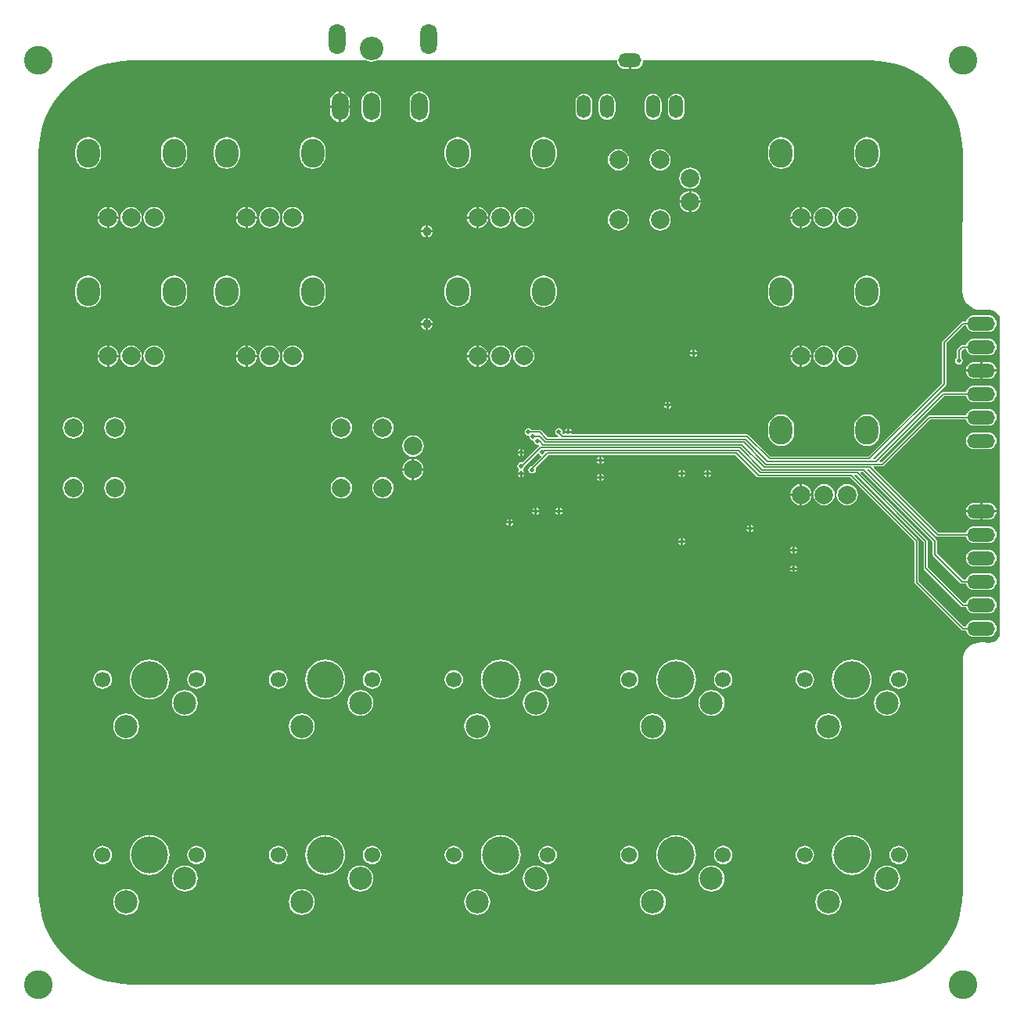
<source format=gbl>
G04 Layer_Physical_Order=2*
G04 Layer_Color=12500520*
%FSLAX25Y25*%
%MOIN*%
G70*
G01*
G75*
%ADD20C,0.00591*%
%ADD22C,0.07874*%
%ADD23C,0.12205*%
%ADD24O,0.09843X0.12205*%
%ADD25O,0.09843X0.05906*%
%ADD26O,0.05906X0.09843*%
%ADD27O,0.07087X0.11811*%
%ADD28C,0.10022*%
%ADD29O,0.07087X0.12992*%
%ADD30C,0.15748*%
%ADD31C,0.09843*%
%ADD32C,0.06693*%
%ADD33C,0.01969*%
%ADD34C,0.02362*%
%ADD35C,0.03937*%
%ADD36O,0.11811X0.05906*%
G36*
X771580Y806944D02*
X775407Y806377D01*
X779159Y805437D01*
X782801Y804134D01*
X786298Y802480D01*
X789616Y800491D01*
X792723Y798187D01*
X795589Y795589D01*
X798187Y792723D01*
X800491Y789616D01*
X802480Y786298D01*
X804134Y782801D01*
X805437Y779159D01*
X806377Y775407D01*
X806944Y771580D01*
X807110Y768217D01*
X807087Y767717D01*
X807087Y767717D01*
X807087Y767717D01*
X807049Y708661D01*
X807201Y707118D01*
X807651Y705634D01*
X808382Y704266D01*
X809366Y703067D01*
X810565Y702083D01*
X811933Y701352D01*
X813417Y700901D01*
X814961Y700749D01*
Y700787D01*
X818898Y700821D01*
X819925Y700686D01*
X820883Y700289D01*
X821706Y699658D01*
X822337Y698836D01*
X822733Y697878D01*
X822864Y696884D01*
X822835Y696850D01*
X822835D01*
Y692913D01*
X822869Y562992D01*
X822733Y561964D01*
X822337Y561007D01*
X821706Y560184D01*
X820883Y559553D01*
X819925Y559157D01*
X819385Y559085D01*
X818898Y559055D01*
X818898Y559055D01*
X818898Y559055D01*
X814961Y559093D01*
X813417Y558941D01*
X811933Y558491D01*
X810565Y557760D01*
X809366Y556776D01*
X808382Y555577D01*
X807651Y554209D01*
X807201Y552725D01*
X807097Y551677D01*
X807097D01*
Y551677D01*
Y551677D01*
Y551677D01*
X807049Y551181D01*
X807049Y551181D01*
X807087D01*
X807134Y452756D01*
X806944Y448892D01*
X806377Y445066D01*
X805437Y441314D01*
X804134Y437672D01*
X802480Y434175D01*
X800491Y430857D01*
X798187Y427750D01*
X795589Y424884D01*
X792723Y422286D01*
X789616Y419981D01*
X786298Y417993D01*
X782801Y416339D01*
X779159Y415036D01*
X775407Y414096D01*
X771580Y413528D01*
X767764Y413341D01*
X767717Y413386D01*
Y413386D01*
X452756Y413338D01*
X452756D01*
X448892Y413528D01*
X445066Y414096D01*
X441314Y415036D01*
X437672Y416339D01*
X434175Y417993D01*
X430857Y419981D01*
X427750Y422286D01*
X424884Y424884D01*
X422286Y427750D01*
X419981Y430857D01*
X417993Y434175D01*
X416339Y437672D01*
X415036Y441314D01*
X414096Y445066D01*
X413528Y448892D01*
X413341Y452708D01*
X413386Y452756D01*
X413386D01*
X413338Y767717D01*
X413528Y771580D01*
X414096Y775407D01*
X415036Y779159D01*
X416339Y782801D01*
X417993Y786298D01*
X419981Y789616D01*
X422286Y792723D01*
X424884Y795589D01*
X427750Y798187D01*
X430857Y800491D01*
X434175Y802480D01*
X437671Y804134D01*
X441314Y805437D01*
X445066Y806377D01*
X448892Y806944D01*
X452708Y807132D01*
X452756Y807087D01*
Y807087D01*
X552837Y807087D01*
X553656Y806747D01*
X555118Y806555D01*
X556580Y806747D01*
X557400Y807087D01*
X659812Y807087D01*
X659934Y806162D01*
X660291Y805300D01*
X660859Y804560D01*
X661599Y803992D01*
X662461Y803634D01*
X663386Y803513D01*
X664854D01*
Y807087D01*
X665854D01*
Y803513D01*
X667323D01*
X668248Y803634D01*
X669110Y803992D01*
X669850Y804560D01*
X670418Y805300D01*
X670775Y806162D01*
X670897Y807087D01*
X748032Y807087D01*
X767717Y807134D01*
X771580Y806944D01*
D02*
G37*
%LPC*%
G36*
X625697Y616467D02*
Y615461D01*
X626703D01*
X626680Y615575D01*
X626332Y616096D01*
X625811Y616444D01*
X625697Y616467D01*
D02*
G37*
G36*
X634539D02*
X634425Y616444D01*
X633904Y616096D01*
X633556Y615575D01*
X633533Y615461D01*
X634539D01*
Y616467D01*
D02*
G37*
G36*
X635539D02*
Y615461D01*
X636546D01*
X636523Y615575D01*
X636175Y616096D01*
X635654Y616444D01*
X635539Y616467D01*
D02*
G37*
G36*
X624697D02*
X624582Y616444D01*
X624061Y616096D01*
X623713Y615575D01*
X623691Y615461D01*
X624697D01*
Y616467D01*
D02*
G37*
G36*
X626703Y614461D02*
X625697D01*
Y613454D01*
X625811Y613477D01*
X626332Y613825D01*
X626680Y614346D01*
X626703Y614461D01*
D02*
G37*
G36*
X634539D02*
X633533D01*
X633556Y614346D01*
X633904Y613825D01*
X634425Y613477D01*
X634539Y613454D01*
Y614461D01*
D02*
G37*
G36*
X636546D02*
X635539D01*
Y613454D01*
X635654Y613477D01*
X636175Y613825D01*
X636523Y614346D01*
X636546Y614461D01*
D02*
G37*
G36*
X737689Y621547D02*
X733688D01*
X733778Y620865D01*
X734234Y619764D01*
X734960Y618818D01*
X735906Y618092D01*
X737007Y617636D01*
X737689Y617546D01*
Y621547D01*
D02*
G37*
G36*
X742690D02*
X738689D01*
Y617546D01*
X739371Y617636D01*
X740472Y618092D01*
X741418Y618818D01*
X742144Y619764D01*
X742600Y620865D01*
X742690Y621547D01*
D02*
G37*
G36*
X428150Y629567D02*
X426968Y629411D01*
X425866Y628955D01*
X424921Y628229D01*
X424195Y627283D01*
X423739Y626182D01*
X423583Y625000D01*
X423739Y623818D01*
X424195Y622717D01*
X424921Y621771D01*
X425866Y621045D01*
X426968Y620589D01*
X428150Y620433D01*
X429331Y620589D01*
X430433Y621045D01*
X431379Y621771D01*
X432104Y622717D01*
X432561Y623818D01*
X432716Y625000D01*
X432561Y626182D01*
X432104Y627283D01*
X431379Y628229D01*
X430433Y628955D01*
X429331Y629411D01*
X428150Y629567D01*
D02*
G37*
G36*
X757874Y626614D02*
X756692Y626458D01*
X755591Y626002D01*
X754645Y625276D01*
X753919Y624331D01*
X753463Y623229D01*
X753307Y622047D01*
X753463Y620865D01*
X753919Y619764D01*
X754645Y618818D01*
X755591Y618092D01*
X756692Y617636D01*
X757874Y617481D01*
X759056Y617636D01*
X760157Y618092D01*
X761103Y618818D01*
X761829Y619764D01*
X762285Y620865D01*
X762441Y622047D01*
X762285Y623229D01*
X761829Y624331D01*
X761103Y625276D01*
X760157Y626002D01*
X759056Y626458D01*
X757874Y626614D01*
D02*
G37*
G36*
X814500Y618574D02*
X812047D01*
X811122Y618452D01*
X810260Y618095D01*
X809520Y617527D01*
X808952Y616787D01*
X808595Y615925D01*
X808539Y615500D01*
X814500D01*
Y618574D01*
D02*
G37*
G36*
X817953D02*
X815500D01*
Y615500D01*
X821461D01*
X821405Y615925D01*
X821048Y616787D01*
X820480Y617527D01*
X819740Y618095D01*
X818878Y618452D01*
X817953Y618574D01*
D02*
G37*
G36*
X748032Y626614D02*
X746850Y626458D01*
X745748Y626002D01*
X744802Y625276D01*
X744077Y624331D01*
X743620Y623229D01*
X743465Y622047D01*
X743620Y620865D01*
X744077Y619764D01*
X744802Y618818D01*
X745748Y618092D01*
X746850Y617636D01*
X748032Y617481D01*
X749213Y617636D01*
X750315Y618092D01*
X751261Y618818D01*
X751986Y619764D01*
X752443Y620865D01*
X752598Y622047D01*
X752443Y623229D01*
X751986Y624331D01*
X751261Y625276D01*
X750315Y626002D01*
X749213Y626458D01*
X748032Y626614D01*
D02*
G37*
G36*
X624697Y614461D02*
X623691D01*
X623713Y614346D01*
X624061Y613825D01*
X624582Y613477D01*
X624697Y613454D01*
Y614461D01*
D02*
G37*
G36*
X716035Y607177D02*
X715029D01*
X715052Y607063D01*
X715400Y606542D01*
X715921Y606194D01*
X716035Y606171D01*
Y607177D01*
D02*
G37*
G36*
X718042D02*
X717035D01*
Y606171D01*
X717150Y606194D01*
X717671Y606542D01*
X718019Y607063D01*
X718042Y607177D01*
D02*
G37*
G36*
X716035Y609183D02*
X715921Y609161D01*
X715400Y608813D01*
X715052Y608292D01*
X715029Y608177D01*
X716035D01*
Y609183D01*
D02*
G37*
G36*
X687902Y603711D02*
Y602705D01*
X688908D01*
X688885Y602819D01*
X688537Y603340D01*
X688016Y603688D01*
X687902Y603711D01*
D02*
G37*
G36*
X686902Y601705D02*
X685895D01*
X685918Y601590D01*
X686266Y601069D01*
X686787Y600721D01*
X686902Y600699D01*
Y601705D01*
D02*
G37*
G36*
X688908D02*
X687902D01*
Y600699D01*
X688016Y600721D01*
X688537Y601069D01*
X688885Y601590D01*
X688908Y601705D01*
D02*
G37*
G36*
X686902Y603711D02*
X686787Y603688D01*
X686266Y603340D01*
X685918Y602819D01*
X685895Y602705D01*
X686902D01*
Y603711D01*
D02*
G37*
G36*
X614673Y611742D02*
Y610736D01*
X615679D01*
X615657Y610851D01*
X615309Y611372D01*
X614788Y611720D01*
X614673Y611742D01*
D02*
G37*
G36*
X814500Y614500D02*
X808539D01*
X808595Y614075D01*
X808952Y613213D01*
X809520Y612473D01*
X810260Y611905D01*
X811122Y611548D01*
X812047Y611426D01*
X814500D01*
Y614500D01*
D02*
G37*
G36*
X821461D02*
X815500D01*
Y611426D01*
X817953D01*
X818878Y611548D01*
X819740Y611905D01*
X820480Y612473D01*
X821048Y613213D01*
X821405Y614075D01*
X821461Y614500D01*
D02*
G37*
G36*
X613673Y611742D02*
X613559Y611720D01*
X613038Y611372D01*
X612690Y610851D01*
X612667Y610736D01*
X613673D01*
Y611742D01*
D02*
G37*
G36*
X717035Y609183D02*
Y608177D01*
X718042D01*
X718019Y608292D01*
X717671Y608813D01*
X717150Y609161D01*
X717035Y609183D01*
D02*
G37*
G36*
X613673Y609736D02*
X612667D01*
X612690Y609622D01*
X613038Y609101D01*
X613559Y608753D01*
X613673Y608730D01*
Y609736D01*
D02*
G37*
G36*
X615679D02*
X614673D01*
Y608730D01*
X614788Y608753D01*
X615309Y609101D01*
X615657Y609622D01*
X615679Y609736D01*
D02*
G37*
G36*
X697925Y632609D02*
X697811Y632586D01*
X697290Y632238D01*
X696942Y631717D01*
X696919Y631602D01*
X697925D01*
Y632609D01*
D02*
G37*
G36*
X698925D02*
Y631602D01*
X699931D01*
X699909Y631717D01*
X699561Y632238D01*
X699040Y632586D01*
X698925Y632609D01*
D02*
G37*
G36*
X572335Y637296D02*
X571653Y637206D01*
X570551Y636750D01*
X569606Y636024D01*
X568880Y635079D01*
X568424Y633977D01*
X568334Y633295D01*
X572335D01*
Y637296D01*
D02*
G37*
G36*
X687902Y632609D02*
Y631602D01*
X688908D01*
X688885Y631717D01*
X688537Y632238D01*
X688016Y632586D01*
X687902Y632609D01*
D02*
G37*
G36*
X652256Y631034D02*
X652141Y631011D01*
X651620Y630663D01*
X651272Y630142D01*
X651250Y630028D01*
X652256D01*
Y631034D01*
D02*
G37*
G36*
X653256D02*
Y630028D01*
X654262D01*
X654239Y630142D01*
X653891Y630663D01*
X653370Y631011D01*
X653256Y631034D01*
D02*
G37*
G36*
X686902Y632609D02*
X686787Y632586D01*
X686266Y632238D01*
X685918Y631717D01*
X685895Y631602D01*
X686902D01*
Y632609D01*
D02*
G37*
G36*
X653256Y638120D02*
Y637114D01*
X654262D01*
X654239Y637229D01*
X653891Y637749D01*
X653370Y638098D01*
X653256Y638120D01*
D02*
G37*
G36*
X572835Y647362D02*
X571653Y647206D01*
X570551Y646750D01*
X569606Y646024D01*
X568880Y645079D01*
X568424Y643977D01*
X568268Y642795D01*
X568424Y641613D01*
X568880Y640512D01*
X569606Y639566D01*
X570551Y638840D01*
X571653Y638384D01*
X572835Y638229D01*
X574017Y638384D01*
X575118Y638840D01*
X576064Y639566D01*
X576790Y640512D01*
X577246Y641613D01*
X577401Y642795D01*
X577246Y643977D01*
X576790Y645079D01*
X576064Y646024D01*
X575118Y646750D01*
X574017Y647206D01*
X572835Y647362D01*
D02*
G37*
G36*
X618398Y639657D02*
X617391D01*
X617414Y639543D01*
X617762Y639022D01*
X618283Y638674D01*
X618398Y638651D01*
Y639657D01*
D02*
G37*
G36*
X652256Y638120D02*
X652141Y638098D01*
X651620Y637749D01*
X651272Y637229D01*
X651250Y637114D01*
X652256D01*
Y638120D01*
D02*
G37*
G36*
X573335Y637296D02*
Y633295D01*
X577336D01*
X577246Y633977D01*
X576790Y635079D01*
X576064Y636024D01*
X575118Y636750D01*
X574017Y637206D01*
X573335Y637296D01*
D02*
G37*
G36*
X652256Y636114D02*
X651250D01*
X651272Y636000D01*
X651620Y635479D01*
X652141Y635131D01*
X652256Y635108D01*
Y636114D01*
D02*
G37*
G36*
X654262D02*
X653256D01*
Y635108D01*
X653370Y635131D01*
X653891Y635479D01*
X654239Y636000D01*
X654262Y636114D01*
D02*
G37*
G36*
X620404Y630602D02*
X619398D01*
Y629596D01*
X619512Y629619D01*
X620033Y629967D01*
X620381Y630488D01*
X620404Y630602D01*
D02*
G37*
G36*
X738689Y626548D02*
Y622547D01*
X742690D01*
X742600Y623229D01*
X742144Y624331D01*
X741418Y625276D01*
X740472Y626002D01*
X739371Y626458D01*
X738689Y626548D01*
D02*
G37*
G36*
X652256Y629028D02*
X651250D01*
X651272Y628913D01*
X651620Y628392D01*
X652141Y628044D01*
X652256Y628021D01*
Y629028D01*
D02*
G37*
G36*
X654262D02*
X653256D01*
Y628021D01*
X653370Y628044D01*
X653891Y628392D01*
X654239Y628913D01*
X654262Y629028D01*
D02*
G37*
G36*
X737689Y626548D02*
X737007Y626458D01*
X735906Y626002D01*
X734960Y625276D01*
X734234Y624331D01*
X733778Y623229D01*
X733688Y622547D01*
X737689D01*
Y626548D01*
D02*
G37*
G36*
X445866Y629567D02*
X444684Y629411D01*
X443583Y628955D01*
X442637Y628229D01*
X441911Y627283D01*
X441455Y626182D01*
X441299Y625000D01*
X441455Y623818D01*
X441911Y622717D01*
X442637Y621771D01*
X443583Y621045D01*
X444684Y620589D01*
X445866Y620433D01*
X447048Y620589D01*
X448149Y621045D01*
X449095Y621771D01*
X449821Y622717D01*
X450277Y623818D01*
X450433Y625000D01*
X450277Y626182D01*
X449821Y627283D01*
X449095Y628229D01*
X448149Y628955D01*
X447048Y629411D01*
X445866Y629567D01*
D02*
G37*
G36*
X542323Y629567D02*
X541141Y629411D01*
X540039Y628955D01*
X539094Y628229D01*
X538368Y627283D01*
X537912Y626182D01*
X537756Y625000D01*
X537912Y623818D01*
X538368Y622717D01*
X539094Y621771D01*
X540039Y621045D01*
X541141Y620589D01*
X542323Y620433D01*
X543505Y620589D01*
X544606Y621045D01*
X545552Y621771D01*
X546278Y622717D01*
X546734Y623818D01*
X546889Y625000D01*
X546734Y626182D01*
X546278Y627283D01*
X545552Y628229D01*
X544606Y628955D01*
X543505Y629411D01*
X542323Y629567D01*
D02*
G37*
G36*
X560039D02*
X558857Y629411D01*
X557756Y628955D01*
X556810Y628229D01*
X556085Y627283D01*
X555628Y626182D01*
X555473Y625000D01*
X555628Y623818D01*
X556085Y622717D01*
X556810Y621771D01*
X557756Y621045D01*
X558857Y620589D01*
X560039Y620433D01*
X561221Y620589D01*
X562323Y621045D01*
X563269Y621771D01*
X563994Y622717D01*
X564450Y623818D01*
X564606Y625000D01*
X564450Y626182D01*
X563994Y627283D01*
X563269Y628229D01*
X562323Y628955D01*
X561221Y629411D01*
X560039Y629567D01*
D02*
G37*
G36*
X697925Y630602D02*
X696919D01*
X696942Y630488D01*
X697290Y629967D01*
X697811Y629619D01*
X697925Y629596D01*
Y630602D01*
D02*
G37*
G36*
X699931D02*
X698925D01*
Y629596D01*
X699040Y629619D01*
X699561Y629967D01*
X699909Y630488D01*
X699931Y630602D01*
D02*
G37*
G36*
X618398Y630602D02*
X617391D01*
X617414Y630488D01*
X617762Y629967D01*
X618283Y629619D01*
X618398Y629596D01*
Y630602D01*
D02*
G37*
G36*
X688908Y630602D02*
X687902D01*
Y629596D01*
X688016Y629619D01*
X688537Y629967D01*
X688885Y630488D01*
X688908Y630602D01*
D02*
G37*
G36*
X572335Y632295D02*
X568334D01*
X568424Y631613D01*
X568880Y630512D01*
X569606Y629566D01*
X570551Y628840D01*
X571653Y628384D01*
X572335Y628295D01*
Y632295D01*
D02*
G37*
G36*
X577336D02*
X573335D01*
Y628295D01*
X574017Y628384D01*
X575118Y628840D01*
X576064Y629566D01*
X576790Y630512D01*
X577246Y631613D01*
X577336Y632295D01*
D02*
G37*
G36*
X686902Y630602D02*
X685895D01*
X685918Y630488D01*
X686266Y629967D01*
X686787Y629619D01*
X686902Y629596D01*
Y630602D01*
D02*
G37*
G36*
X735539Y599931D02*
Y598925D01*
X736546D01*
X736523Y599040D01*
X736175Y599561D01*
X735654Y599909D01*
X735539Y599931D01*
D02*
G37*
G36*
X590236Y472475D02*
X589209Y472340D01*
X588251Y471943D01*
X587428Y471312D01*
X586797Y470489D01*
X586401Y469532D01*
X586265Y468504D01*
X586401Y467476D01*
X586797Y466518D01*
X587428Y465696D01*
X588251Y465065D01*
X589209Y464668D01*
X590236Y464533D01*
X591264Y464668D01*
X592222Y465065D01*
X593044Y465696D01*
X593675Y466518D01*
X594072Y467476D01*
X594207Y468504D01*
X594072Y469532D01*
X593675Y470489D01*
X593044Y471312D01*
X592222Y471943D01*
X591264Y472340D01*
X590236Y472475D01*
D02*
G37*
G36*
X630236D02*
X629209Y472340D01*
X628251Y471943D01*
X627428Y471312D01*
X626797Y470489D01*
X626401Y469532D01*
X626265Y468504D01*
X626401Y467476D01*
X626797Y466518D01*
X627428Y465696D01*
X628251Y465065D01*
X629209Y464668D01*
X630236Y464533D01*
X631264Y464668D01*
X632222Y465065D01*
X633044Y465696D01*
X633675Y466518D01*
X634072Y467476D01*
X634207Y468504D01*
X634072Y469532D01*
X633675Y470489D01*
X633044Y471312D01*
X632222Y471943D01*
X631264Y472340D01*
X630236Y472475D01*
D02*
G37*
G36*
X665039D02*
X664012Y472340D01*
X663054Y471943D01*
X662231Y471312D01*
X661600Y470489D01*
X661204Y469532D01*
X661068Y468504D01*
X661204Y467476D01*
X661600Y466518D01*
X662231Y465696D01*
X663054Y465065D01*
X664012Y464668D01*
X665039Y464533D01*
X666067Y464668D01*
X667025Y465065D01*
X667847Y465696D01*
X668478Y466518D01*
X668875Y467476D01*
X669010Y468504D01*
X668875Y469532D01*
X668478Y470489D01*
X667847Y471312D01*
X667025Y471943D01*
X666067Y472340D01*
X665039Y472475D01*
D02*
G37*
G36*
X555433D02*
X554405Y472340D01*
X553448Y471943D01*
X552625Y471312D01*
X551994Y470489D01*
X551597Y469532D01*
X551462Y468504D01*
X551597Y467476D01*
X551994Y466518D01*
X552625Y465696D01*
X553448Y465065D01*
X554405Y464668D01*
X555433Y464533D01*
X556461Y464668D01*
X557419Y465065D01*
X558241Y465696D01*
X558872Y466518D01*
X559269Y467476D01*
X559404Y468504D01*
X559269Y469532D01*
X558872Y470489D01*
X558241Y471312D01*
X557419Y471943D01*
X556461Y472340D01*
X555433Y472475D01*
D02*
G37*
G36*
X440630D02*
X439602Y472340D01*
X438644Y471943D01*
X437822Y471312D01*
X437191Y470489D01*
X436794Y469532D01*
X436659Y468504D01*
X436794Y467476D01*
X437191Y466518D01*
X437822Y465696D01*
X438644Y465065D01*
X439602Y464668D01*
X440630Y464533D01*
X441658Y464668D01*
X442615Y465065D01*
X443438Y465696D01*
X444069Y466518D01*
X444466Y467476D01*
X444601Y468504D01*
X444466Y469532D01*
X444069Y470489D01*
X443438Y471312D01*
X442615Y471943D01*
X441658Y472340D01*
X440630Y472475D01*
D02*
G37*
G36*
X480630D02*
X479602Y472340D01*
X478644Y471943D01*
X477822Y471312D01*
X477191Y470489D01*
X476794Y469532D01*
X476659Y468504D01*
X476794Y467476D01*
X477191Y466518D01*
X477822Y465696D01*
X478644Y465065D01*
X479602Y464668D01*
X480630Y464533D01*
X481658Y464668D01*
X482615Y465065D01*
X483438Y465696D01*
X484069Y466518D01*
X484466Y467476D01*
X484601Y468504D01*
X484466Y469532D01*
X484069Y470489D01*
X483438Y471312D01*
X482615Y471943D01*
X481658Y472340D01*
X480630Y472475D01*
D02*
G37*
G36*
X515433D02*
X514405Y472340D01*
X513448Y471943D01*
X512625Y471312D01*
X511994Y470489D01*
X511597Y469532D01*
X511462Y468504D01*
X511597Y467476D01*
X511994Y466518D01*
X512625Y465696D01*
X513448Y465065D01*
X514405Y464668D01*
X515433Y464533D01*
X516461Y464668D01*
X517419Y465065D01*
X518241Y465696D01*
X518872Y466518D01*
X519269Y467476D01*
X519404Y468504D01*
X519269Y469532D01*
X518872Y470489D01*
X518241Y471312D01*
X517419Y471943D01*
X516461Y472340D01*
X515433Y472475D01*
D02*
G37*
G36*
X525433Y528866D02*
X523994Y528677D01*
X522653Y528122D01*
X521502Y527238D01*
X520618Y526087D01*
X520063Y524746D01*
X519874Y523307D01*
X520063Y521868D01*
X520618Y520527D01*
X521502Y519376D01*
X522653Y518493D01*
X523994Y517937D01*
X525433Y517748D01*
X526872Y517937D01*
X528213Y518493D01*
X529364Y519376D01*
X530248Y520527D01*
X530803Y521868D01*
X530992Y523307D01*
X530803Y524746D01*
X530248Y526087D01*
X529364Y527238D01*
X528213Y528122D01*
X526872Y528677D01*
X525433Y528866D01*
D02*
G37*
G36*
X600236D02*
X598797Y528677D01*
X597457Y528122D01*
X596305Y527238D01*
X595422Y526087D01*
X594866Y524746D01*
X594677Y523307D01*
X594866Y521868D01*
X595422Y520527D01*
X596305Y519376D01*
X597457Y518493D01*
X598797Y517937D01*
X600236Y517748D01*
X601675Y517937D01*
X603016Y518493D01*
X604167Y519376D01*
X605051Y520527D01*
X605606Y521868D01*
X605796Y523307D01*
X605606Y524746D01*
X605051Y526087D01*
X604167Y527238D01*
X603016Y528122D01*
X601675Y528677D01*
X600236Y528866D01*
D02*
G37*
G36*
X675039D02*
X673600Y528677D01*
X672260Y528122D01*
X671108Y527238D01*
X670225Y526087D01*
X669669Y524746D01*
X669480Y523307D01*
X669669Y521868D01*
X670225Y520527D01*
X671108Y519376D01*
X672260Y518493D01*
X673600Y517937D01*
X675039Y517748D01*
X676478Y517937D01*
X677819Y518493D01*
X678970Y519376D01*
X679854Y520527D01*
X680409Y521868D01*
X680599Y523307D01*
X680409Y524746D01*
X679854Y526087D01*
X678970Y527238D01*
X677819Y528122D01*
X676478Y528677D01*
X675039Y528866D01*
D02*
G37*
G36*
X450630D02*
X449191Y528677D01*
X447850Y528122D01*
X446699Y527238D01*
X445815Y526087D01*
X445260Y524746D01*
X445071Y523307D01*
X445260Y521868D01*
X445815Y520527D01*
X446699Y519376D01*
X447850Y518493D01*
X449191Y517937D01*
X450630Y517748D01*
X452069Y517937D01*
X453410Y518493D01*
X454561Y519376D01*
X455444Y520527D01*
X456000Y521868D01*
X456189Y523307D01*
X456000Y524746D01*
X455444Y526087D01*
X454561Y527238D01*
X453410Y528122D01*
X452069Y528677D01*
X450630Y528866D01*
D02*
G37*
G36*
X705039Y472475D02*
X704012Y472340D01*
X703054Y471943D01*
X702232Y471312D01*
X701600Y470489D01*
X701204Y469532D01*
X701068Y468504D01*
X701204Y467476D01*
X701600Y466518D01*
X702232Y465696D01*
X703054Y465065D01*
X704012Y464668D01*
X705039Y464533D01*
X706067Y464668D01*
X707025Y465065D01*
X707847Y465696D01*
X708478Y466518D01*
X708875Y467476D01*
X709010Y468504D01*
X708875Y469532D01*
X708478Y470489D01*
X707847Y471312D01*
X707025Y471943D01*
X706067Y472340D01*
X705039Y472475D01*
D02*
G37*
G36*
X739843D02*
X738815Y472340D01*
X737857Y471943D01*
X737035Y471312D01*
X736404Y470489D01*
X736007Y469532D01*
X735872Y468504D01*
X736007Y467476D01*
X736404Y466518D01*
X737035Y465696D01*
X737857Y465065D01*
X738815Y464668D01*
X739843Y464533D01*
X740870Y464668D01*
X741828Y465065D01*
X742650Y465696D01*
X743282Y466518D01*
X743678Y467476D01*
X743814Y468504D01*
X743678Y469532D01*
X743282Y470489D01*
X742650Y471312D01*
X741828Y471943D01*
X740870Y472340D01*
X739843Y472475D01*
D02*
G37*
G36*
X779843D02*
X778815Y472340D01*
X777857Y471943D01*
X777035Y471312D01*
X776404Y470489D01*
X776007Y469532D01*
X775872Y468504D01*
X776007Y467476D01*
X776404Y466518D01*
X777035Y465696D01*
X777857Y465065D01*
X778815Y464668D01*
X779843Y464533D01*
X780870Y464668D01*
X781828Y465065D01*
X782650Y465696D01*
X783282Y466518D01*
X783678Y467476D01*
X783813Y468504D01*
X783678Y469532D01*
X783282Y470489D01*
X782650Y471312D01*
X781828Y471943D01*
X780870Y472340D01*
X779843Y472475D01*
D02*
G37*
G36*
X759842Y477009D02*
X758183Y476846D01*
X756588Y476362D01*
X755117Y475576D01*
X753828Y474518D01*
X752770Y473229D01*
X751984Y471759D01*
X751500Y470163D01*
X751337Y468504D01*
X751500Y466845D01*
X751984Y465249D01*
X752770Y463778D01*
X753828Y462490D01*
X755117Y461432D01*
X756588Y460646D01*
X758183Y460162D01*
X759842Y459998D01*
X761502Y460162D01*
X763097Y460646D01*
X764568Y461432D01*
X765857Y462490D01*
X766915Y463778D01*
X767701Y465249D01*
X768185Y466845D01*
X768348Y468504D01*
X768185Y470163D01*
X767701Y471759D01*
X766915Y473229D01*
X765857Y474518D01*
X764568Y475576D01*
X763097Y476362D01*
X761502Y476846D01*
X759842Y477009D01*
D02*
G37*
G36*
X749843Y454063D02*
X748404Y453874D01*
X747063Y453319D01*
X745911Y452435D01*
X745028Y451284D01*
X744473Y449943D01*
X744283Y448504D01*
X744473Y447065D01*
X745028Y445724D01*
X745911Y444573D01*
X747063Y443689D01*
X748404Y443134D01*
X749843Y442945D01*
X751281Y443134D01*
X752622Y443689D01*
X753774Y444573D01*
X754657Y445724D01*
X755212Y447065D01*
X755402Y448504D01*
X755212Y449943D01*
X754657Y451284D01*
X753774Y452435D01*
X752622Y453319D01*
X751281Y453874D01*
X749843Y454063D01*
D02*
G37*
G36*
X475630Y464063D02*
X474191Y463874D01*
X472850Y463318D01*
X471699Y462435D01*
X470815Y461284D01*
X470260Y459943D01*
X470071Y458504D01*
X470260Y457065D01*
X470815Y455724D01*
X471699Y454573D01*
X472850Y453689D01*
X474191Y453134D01*
X475630Y452945D01*
X477069Y453134D01*
X478410Y453689D01*
X479561Y454573D01*
X480444Y455724D01*
X481000Y457065D01*
X481189Y458504D01*
X481000Y459943D01*
X480444Y461284D01*
X479561Y462435D01*
X478410Y463318D01*
X477069Y463874D01*
X475630Y464063D01*
D02*
G37*
G36*
X550433D02*
X548994Y463874D01*
X547653Y463318D01*
X546502Y462435D01*
X545618Y461284D01*
X545063Y459943D01*
X544874Y458504D01*
X545063Y457065D01*
X545618Y455724D01*
X546502Y454573D01*
X547653Y453689D01*
X548994Y453134D01*
X550433Y452945D01*
X551872Y453134D01*
X553213Y453689D01*
X554364Y454573D01*
X555248Y455724D01*
X555803Y457065D01*
X555992Y458504D01*
X555803Y459943D01*
X555248Y461284D01*
X554364Y462435D01*
X553213Y463318D01*
X551872Y463874D01*
X550433Y464063D01*
D02*
G37*
G36*
X675039Y454063D02*
X673600Y453874D01*
X672260Y453319D01*
X671108Y452435D01*
X670225Y451284D01*
X669669Y449943D01*
X669480Y448504D01*
X669669Y447065D01*
X670225Y445724D01*
X671108Y444573D01*
X672260Y443689D01*
X673600Y443134D01*
X675039Y442945D01*
X676478Y443134D01*
X677819Y443689D01*
X678970Y444573D01*
X679854Y445724D01*
X680409Y447065D01*
X680599Y448504D01*
X680409Y449943D01*
X679854Y451284D01*
X678970Y452435D01*
X677819Y453319D01*
X676478Y453874D01*
X675039Y454063D01*
D02*
G37*
G36*
X450630D02*
X449191Y453874D01*
X447850Y453319D01*
X446699Y452435D01*
X445815Y451284D01*
X445260Y449943D01*
X445071Y448504D01*
X445260Y447065D01*
X445815Y445724D01*
X446699Y444573D01*
X447850Y443689D01*
X449191Y443134D01*
X450630Y442945D01*
X452069Y443134D01*
X453410Y443689D01*
X454561Y444573D01*
X455444Y445724D01*
X456000Y447065D01*
X456189Y448504D01*
X456000Y449943D01*
X455444Y451284D01*
X454561Y452435D01*
X453410Y453319D01*
X452069Y453874D01*
X450630Y454063D01*
D02*
G37*
G36*
X525433D02*
X523994Y453874D01*
X522653Y453319D01*
X521502Y452435D01*
X520618Y451284D01*
X520063Y449943D01*
X519874Y448504D01*
X520063Y447065D01*
X520618Y445724D01*
X521502Y444573D01*
X522653Y443689D01*
X523994Y443134D01*
X525433Y442945D01*
X526872Y443134D01*
X528213Y443689D01*
X529364Y444573D01*
X530248Y445724D01*
X530803Y447065D01*
X530992Y448504D01*
X530803Y449943D01*
X530248Y451284D01*
X529364Y452435D01*
X528213Y453319D01*
X526872Y453874D01*
X525433Y454063D01*
D02*
G37*
G36*
X600236D02*
X598797Y453874D01*
X597457Y453319D01*
X596305Y452435D01*
X595422Y451284D01*
X594866Y449943D01*
X594677Y448504D01*
X594866Y447065D01*
X595422Y445724D01*
X596305Y444573D01*
X597457Y443689D01*
X598797Y443134D01*
X600236Y442945D01*
X601675Y443134D01*
X603016Y443689D01*
X604167Y444573D01*
X605051Y445724D01*
X605606Y447065D01*
X605796Y448504D01*
X605606Y449943D01*
X605051Y451284D01*
X604167Y452435D01*
X603016Y453319D01*
X601675Y453874D01*
X600236Y454063D01*
D02*
G37*
G36*
X535433Y477009D02*
X533774Y476846D01*
X532178Y476362D01*
X530708Y475576D01*
X529419Y474518D01*
X528361Y473229D01*
X527575Y471759D01*
X527091Y470163D01*
X526928Y468504D01*
X527091Y466845D01*
X527575Y465249D01*
X528361Y463778D01*
X529419Y462490D01*
X530708Y461432D01*
X532178Y460646D01*
X533774Y460162D01*
X535433Y459998D01*
X537092Y460162D01*
X538688Y460646D01*
X540159Y461432D01*
X541447Y462490D01*
X542505Y463778D01*
X543291Y465249D01*
X543775Y466845D01*
X543939Y468504D01*
X543775Y470163D01*
X543291Y471759D01*
X542505Y473229D01*
X541447Y474518D01*
X540159Y475576D01*
X538688Y476362D01*
X537092Y476846D01*
X535433Y477009D01*
D02*
G37*
G36*
X610236D02*
X608577Y476846D01*
X606981Y476362D01*
X605511Y475576D01*
X604222Y474518D01*
X603164Y473229D01*
X602378Y471759D01*
X601894Y470163D01*
X601731Y468504D01*
X601894Y466845D01*
X602378Y465249D01*
X603164Y463778D01*
X604222Y462490D01*
X605511Y461432D01*
X606981Y460646D01*
X608577Y460162D01*
X610236Y459998D01*
X611896Y460162D01*
X613491Y460646D01*
X614962Y461432D01*
X616251Y462490D01*
X617308Y463778D01*
X618094Y465249D01*
X618578Y466845D01*
X618742Y468504D01*
X618578Y470163D01*
X618094Y471759D01*
X617308Y473229D01*
X616251Y474518D01*
X614962Y475576D01*
X613491Y476362D01*
X611896Y476846D01*
X610236Y477009D01*
D02*
G37*
G36*
X685039D02*
X683380Y476846D01*
X681784Y476362D01*
X680314Y475576D01*
X679025Y474518D01*
X677967Y473229D01*
X677181Y471759D01*
X676697Y470163D01*
X676534Y468504D01*
X676697Y466845D01*
X677181Y465249D01*
X677967Y463778D01*
X679025Y462490D01*
X680314Y461432D01*
X681784Y460646D01*
X683380Y460162D01*
X685039Y459998D01*
X686699Y460162D01*
X688294Y460646D01*
X689765Y461432D01*
X691054Y462490D01*
X692111Y463778D01*
X692898Y465249D01*
X693382Y466845D01*
X693545Y468504D01*
X693382Y470163D01*
X692898Y471759D01*
X692111Y473229D01*
X691054Y474518D01*
X689765Y475576D01*
X688294Y476362D01*
X686699Y476846D01*
X685039Y477009D01*
D02*
G37*
G36*
X460630D02*
X458971Y476846D01*
X457375Y476362D01*
X455904Y475576D01*
X454616Y474518D01*
X453558Y473229D01*
X452772Y471759D01*
X452288Y470163D01*
X452124Y468504D01*
X452288Y466845D01*
X452772Y465249D01*
X453558Y463778D01*
X454616Y462490D01*
X455904Y461432D01*
X457375Y460646D01*
X458971Y460162D01*
X460630Y459998D01*
X462289Y460162D01*
X463885Y460646D01*
X465355Y461432D01*
X466644Y462490D01*
X467702Y463778D01*
X468488Y465249D01*
X468972Y466845D01*
X469135Y468504D01*
X468972Y470163D01*
X468488Y471759D01*
X467702Y473229D01*
X466644Y474518D01*
X465355Y475576D01*
X463885Y476362D01*
X462289Y476846D01*
X460630Y477009D01*
D02*
G37*
G36*
X625236Y464063D02*
X623797Y463874D01*
X622457Y463318D01*
X621305Y462435D01*
X620422Y461284D01*
X619866Y459943D01*
X619677Y458504D01*
X619866Y457065D01*
X620422Y455724D01*
X621305Y454573D01*
X622457Y453689D01*
X623797Y453134D01*
X625236Y452945D01*
X626675Y453134D01*
X628016Y453689D01*
X629167Y454573D01*
X630051Y455724D01*
X630606Y457065D01*
X630796Y458504D01*
X630606Y459943D01*
X630051Y461284D01*
X629167Y462435D01*
X628016Y463318D01*
X626675Y463874D01*
X625236Y464063D01*
D02*
G37*
G36*
X700039D02*
X698600Y463874D01*
X697260Y463318D01*
X696108Y462435D01*
X695225Y461284D01*
X694669Y459943D01*
X694480Y458504D01*
X694669Y457065D01*
X695225Y455724D01*
X696108Y454573D01*
X697260Y453689D01*
X698600Y453134D01*
X700039Y452945D01*
X701478Y453134D01*
X702819Y453689D01*
X703970Y454573D01*
X704854Y455724D01*
X705409Y457065D01*
X705599Y458504D01*
X705409Y459943D01*
X704854Y461284D01*
X703970Y462435D01*
X702819Y463318D01*
X701478Y463874D01*
X700039Y464063D01*
D02*
G37*
G36*
X774843D02*
X773404Y463874D01*
X772063Y463318D01*
X770911Y462435D01*
X770028Y461284D01*
X769473Y459943D01*
X769283Y458504D01*
X769473Y457065D01*
X770028Y455724D01*
X770911Y454573D01*
X772063Y453689D01*
X773404Y453134D01*
X774843Y452945D01*
X776281Y453134D01*
X777622Y453689D01*
X778774Y454573D01*
X779657Y455724D01*
X780212Y457065D01*
X780402Y458504D01*
X780212Y459943D01*
X779657Y461284D01*
X778774Y462435D01*
X777622Y463318D01*
X776281Y463874D01*
X774843Y464063D01*
D02*
G37*
G36*
X739843Y547278D02*
X738815Y547143D01*
X737857Y546746D01*
X737035Y546115D01*
X736404Y545293D01*
X736007Y544335D01*
X735872Y543307D01*
X736007Y542279D01*
X736404Y541322D01*
X737035Y540499D01*
X737857Y539868D01*
X738815Y539471D01*
X739843Y539336D01*
X740870Y539471D01*
X741828Y539868D01*
X742650Y540499D01*
X743282Y541322D01*
X743678Y542279D01*
X743814Y543307D01*
X743678Y544335D01*
X743282Y545293D01*
X742650Y546115D01*
X741828Y546746D01*
X740870Y547143D01*
X739843Y547278D01*
D02*
G37*
G36*
X779843D02*
X778815Y547143D01*
X777857Y546746D01*
X777035Y546115D01*
X776404Y545293D01*
X776007Y544335D01*
X775872Y543307D01*
X776007Y542279D01*
X776404Y541322D01*
X777035Y540499D01*
X777857Y539868D01*
X778815Y539471D01*
X779843Y539336D01*
X780870Y539471D01*
X781828Y539868D01*
X782650Y540499D01*
X783282Y541322D01*
X783678Y542279D01*
X783813Y543307D01*
X783678Y544335D01*
X783282Y545293D01*
X782650Y546115D01*
X781828Y546746D01*
X780870Y547143D01*
X779843Y547278D01*
D02*
G37*
G36*
X734539Y590051D02*
X733533D01*
X733556Y589937D01*
X733904Y589416D01*
X734425Y589068D01*
X734539Y589045D01*
Y590051D01*
D02*
G37*
G36*
X705039Y547278D02*
X704012Y547143D01*
X703054Y546746D01*
X702232Y546115D01*
X701600Y545293D01*
X701204Y544335D01*
X701068Y543307D01*
X701204Y542279D01*
X701600Y541322D01*
X702232Y540499D01*
X703054Y539868D01*
X704012Y539471D01*
X705039Y539336D01*
X706067Y539471D01*
X707025Y539868D01*
X707847Y540499D01*
X708478Y541322D01*
X708875Y542279D01*
X709010Y543307D01*
X708875Y544335D01*
X708478Y545293D01*
X707847Y546115D01*
X707025Y546746D01*
X706067Y547143D01*
X705039Y547278D01*
D02*
G37*
G36*
X590236D02*
X589209Y547143D01*
X588251Y546746D01*
X587428Y546115D01*
X586797Y545293D01*
X586401Y544335D01*
X586265Y543307D01*
X586401Y542279D01*
X586797Y541322D01*
X587428Y540499D01*
X588251Y539868D01*
X589209Y539471D01*
X590236Y539336D01*
X591264Y539471D01*
X592222Y539868D01*
X593044Y540499D01*
X593675Y541322D01*
X594072Y542279D01*
X594207Y543307D01*
X594072Y544335D01*
X593675Y545293D01*
X593044Y546115D01*
X592222Y546746D01*
X591264Y547143D01*
X590236Y547278D01*
D02*
G37*
G36*
X630236D02*
X629209Y547143D01*
X628251Y546746D01*
X627428Y546115D01*
X626797Y545293D01*
X626401Y544335D01*
X626265Y543307D01*
X626401Y542279D01*
X626797Y541322D01*
X627428Y540499D01*
X628251Y539868D01*
X629209Y539471D01*
X630236Y539336D01*
X631264Y539471D01*
X632222Y539868D01*
X633044Y540499D01*
X633675Y541322D01*
X634072Y542279D01*
X634207Y543307D01*
X634072Y544335D01*
X633675Y545293D01*
X633044Y546115D01*
X632222Y546746D01*
X631264Y547143D01*
X630236Y547278D01*
D02*
G37*
G36*
X665039D02*
X664012Y547143D01*
X663054Y546746D01*
X662231Y546115D01*
X661600Y545293D01*
X661204Y544335D01*
X661068Y543307D01*
X661204Y542279D01*
X661600Y541322D01*
X662231Y540499D01*
X663054Y539868D01*
X664012Y539471D01*
X665039Y539336D01*
X666067Y539471D01*
X667025Y539868D01*
X667847Y540499D01*
X668478Y541322D01*
X668875Y542279D01*
X669010Y543307D01*
X668875Y544335D01*
X668478Y545293D01*
X667847Y546115D01*
X667025Y546746D01*
X666067Y547143D01*
X665039Y547278D01*
D02*
G37*
G36*
X734539Y597925D02*
X733533D01*
X733556Y597811D01*
X733904Y597290D01*
X734425Y596942D01*
X734539Y596919D01*
Y597925D01*
D02*
G37*
G36*
X736546D02*
X735539D01*
Y596919D01*
X735654Y596942D01*
X736175Y597290D01*
X736523Y597811D01*
X736546Y597925D01*
D02*
G37*
G36*
X734539Y599931D02*
X734425Y599909D01*
X733904Y599561D01*
X733556Y599040D01*
X733533Y598925D01*
X734539D01*
Y599931D01*
D02*
G37*
G36*
X817953Y598574D02*
X812047D01*
X811122Y598452D01*
X810260Y598095D01*
X809520Y597527D01*
X808952Y596787D01*
X808595Y595925D01*
X808473Y595000D01*
X808595Y594075D01*
X808952Y593213D01*
X809520Y592473D01*
X810260Y591905D01*
X811122Y591548D01*
X812047Y591426D01*
X817953D01*
X818878Y591548D01*
X819740Y591905D01*
X820480Y592473D01*
X821048Y593213D01*
X821405Y594075D01*
X821527Y595000D01*
X821405Y595925D01*
X821048Y596787D01*
X820480Y597527D01*
X819740Y598095D01*
X818878Y598452D01*
X817953Y598574D01*
D02*
G37*
G36*
X736546Y590051D02*
X735539D01*
Y589045D01*
X735654Y589068D01*
X736175Y589416D01*
X736523Y589937D01*
X736546Y590051D01*
D02*
G37*
G36*
X734539Y592057D02*
X734425Y592035D01*
X733904Y591686D01*
X733556Y591166D01*
X733533Y591051D01*
X734539D01*
Y592057D01*
D02*
G37*
G36*
X735539D02*
Y591051D01*
X736546D01*
X736523Y591166D01*
X736175Y591686D01*
X735654Y592035D01*
X735539Y592057D01*
D02*
G37*
G36*
X555433Y547278D02*
X554405Y547143D01*
X553448Y546746D01*
X552625Y546115D01*
X551994Y545293D01*
X551597Y544335D01*
X551462Y543307D01*
X551597Y542279D01*
X551994Y541322D01*
X552625Y540499D01*
X553448Y539868D01*
X554405Y539471D01*
X555433Y539336D01*
X556461Y539471D01*
X557419Y539868D01*
X558241Y540499D01*
X558872Y541322D01*
X559269Y542279D01*
X559404Y543307D01*
X559269Y544335D01*
X558872Y545293D01*
X558241Y546115D01*
X557419Y546746D01*
X556461Y547143D01*
X555433Y547278D01*
D02*
G37*
G36*
X700039Y538867D02*
X698600Y538677D01*
X697260Y538122D01*
X696108Y537238D01*
X695225Y536087D01*
X694669Y534746D01*
X694480Y533307D01*
X694669Y531868D01*
X695225Y530527D01*
X696108Y529376D01*
X697260Y528492D01*
X698600Y527937D01*
X700039Y527748D01*
X701478Y527937D01*
X702819Y528492D01*
X703970Y529376D01*
X704854Y530527D01*
X705409Y531868D01*
X705599Y533307D01*
X705409Y534746D01*
X704854Y536087D01*
X703970Y537238D01*
X702819Y538122D01*
X701478Y538677D01*
X700039Y538867D01*
D02*
G37*
G36*
X774843D02*
X773404Y538677D01*
X772063Y538122D01*
X770911Y537238D01*
X770028Y536087D01*
X769473Y534746D01*
X769283Y533307D01*
X769473Y531868D01*
X770028Y530527D01*
X770911Y529376D01*
X772063Y528492D01*
X773404Y527937D01*
X774843Y527748D01*
X776281Y527937D01*
X777622Y528492D01*
X778774Y529376D01*
X779657Y530527D01*
X780212Y531868D01*
X780402Y533307D01*
X780212Y534746D01*
X779657Y536087D01*
X778774Y537238D01*
X777622Y538122D01*
X776281Y538677D01*
X774843Y538867D01*
D02*
G37*
G36*
X460630Y551813D02*
X458971Y551649D01*
X457375Y551165D01*
X455904Y550379D01*
X454616Y549321D01*
X453558Y548033D01*
X452772Y546562D01*
X452288Y544966D01*
X452124Y543307D01*
X452288Y541648D01*
X452772Y540052D01*
X453558Y538582D01*
X454616Y537293D01*
X455904Y536235D01*
X457375Y535449D01*
X458971Y534965D01*
X460630Y534802D01*
X462289Y534965D01*
X463885Y535449D01*
X465355Y536235D01*
X466644Y537293D01*
X467702Y538582D01*
X468488Y540052D01*
X468972Y541648D01*
X469135Y543307D01*
X468972Y544966D01*
X468488Y546562D01*
X467702Y548033D01*
X466644Y549321D01*
X465355Y550379D01*
X463885Y551165D01*
X462289Y551649D01*
X460630Y551813D01*
D02*
G37*
G36*
X625236Y538867D02*
X623797Y538677D01*
X622457Y538122D01*
X621305Y537238D01*
X620422Y536087D01*
X619866Y534746D01*
X619677Y533307D01*
X619866Y531868D01*
X620422Y530527D01*
X621305Y529376D01*
X622457Y528492D01*
X623797Y527937D01*
X625236Y527748D01*
X626675Y527937D01*
X628016Y528492D01*
X629167Y529376D01*
X630051Y530527D01*
X630606Y531868D01*
X630796Y533307D01*
X630606Y534746D01*
X630051Y536087D01*
X629167Y537238D01*
X628016Y538122D01*
X626675Y538677D01*
X625236Y538867D01*
D02*
G37*
G36*
X749843Y528866D02*
X748404Y528677D01*
X747063Y528122D01*
X745911Y527238D01*
X745028Y526087D01*
X744473Y524746D01*
X744283Y523307D01*
X744473Y521868D01*
X745028Y520527D01*
X745911Y519376D01*
X747063Y518493D01*
X748404Y517937D01*
X749843Y517748D01*
X751281Y517937D01*
X752622Y518493D01*
X753774Y519376D01*
X754657Y520527D01*
X755212Y521868D01*
X755402Y523307D01*
X755212Y524746D01*
X754657Y526087D01*
X753774Y527238D01*
X752622Y528122D01*
X751281Y528677D01*
X749843Y528866D01*
D02*
G37*
G36*
X475630Y538867D02*
X474191Y538677D01*
X472850Y538122D01*
X471699Y537238D01*
X470815Y536087D01*
X470260Y534746D01*
X470071Y533307D01*
X470260Y531868D01*
X470815Y530527D01*
X471699Y529376D01*
X472850Y528492D01*
X474191Y527937D01*
X475630Y527748D01*
X477069Y527937D01*
X478410Y528492D01*
X479561Y529376D01*
X480444Y530527D01*
X481000Y531868D01*
X481189Y533307D01*
X481000Y534746D01*
X480444Y536087D01*
X479561Y537238D01*
X478410Y538122D01*
X477069Y538677D01*
X475630Y538867D01*
D02*
G37*
G36*
X550433D02*
X548994Y538677D01*
X547653Y538122D01*
X546502Y537238D01*
X545618Y536087D01*
X545063Y534746D01*
X544874Y533307D01*
X545063Y531868D01*
X545618Y530527D01*
X546502Y529376D01*
X547653Y528492D01*
X548994Y527937D01*
X550433Y527748D01*
X551872Y527937D01*
X553213Y528492D01*
X554364Y529376D01*
X555248Y530527D01*
X555803Y531868D01*
X555992Y533307D01*
X555803Y534746D01*
X555248Y536087D01*
X554364Y537238D01*
X553213Y538122D01*
X551872Y538677D01*
X550433Y538867D01*
D02*
G37*
G36*
X440630Y547278D02*
X439602Y547143D01*
X438644Y546746D01*
X437822Y546115D01*
X437191Y545293D01*
X436794Y544335D01*
X436659Y543307D01*
X436794Y542279D01*
X437191Y541322D01*
X437822Y540499D01*
X438644Y539868D01*
X439602Y539471D01*
X440630Y539336D01*
X441658Y539471D01*
X442615Y539868D01*
X443438Y540499D01*
X444069Y541322D01*
X444466Y542279D01*
X444601Y543307D01*
X444466Y544335D01*
X444069Y545293D01*
X443438Y546115D01*
X442615Y546746D01*
X441658Y547143D01*
X440630Y547278D01*
D02*
G37*
G36*
X480630D02*
X479602Y547143D01*
X478644Y546746D01*
X477822Y546115D01*
X477191Y545293D01*
X476794Y544335D01*
X476659Y543307D01*
X476794Y542279D01*
X477191Y541322D01*
X477822Y540499D01*
X478644Y539868D01*
X479602Y539471D01*
X480630Y539336D01*
X481658Y539471D01*
X482615Y539868D01*
X483438Y540499D01*
X484069Y541322D01*
X484466Y542279D01*
X484601Y543307D01*
X484466Y544335D01*
X484069Y545293D01*
X483438Y546115D01*
X482615Y546746D01*
X481658Y547143D01*
X480630Y547278D01*
D02*
G37*
G36*
X515433D02*
X514405Y547143D01*
X513448Y546746D01*
X512625Y546115D01*
X511994Y545293D01*
X511597Y544335D01*
X511462Y543307D01*
X511597Y542279D01*
X511994Y541322D01*
X512625Y540499D01*
X513448Y539868D01*
X514405Y539471D01*
X515433Y539336D01*
X516461Y539471D01*
X517419Y539868D01*
X518241Y540499D01*
X518872Y541322D01*
X519269Y542279D01*
X519404Y543307D01*
X519269Y544335D01*
X518872Y545293D01*
X518241Y546115D01*
X517419Y546746D01*
X516461Y547143D01*
X515433Y547278D01*
D02*
G37*
G36*
X759842Y551813D02*
X758183Y551649D01*
X756588Y551165D01*
X755117Y550379D01*
X753828Y549321D01*
X752770Y548033D01*
X751984Y546562D01*
X751500Y544966D01*
X751337Y543307D01*
X751500Y541648D01*
X751984Y540052D01*
X752770Y538582D01*
X753828Y537293D01*
X755117Y536235D01*
X756588Y535449D01*
X758183Y534965D01*
X759842Y534802D01*
X761502Y534965D01*
X763097Y535449D01*
X764568Y536235D01*
X765857Y537293D01*
X766915Y538582D01*
X767701Y540052D01*
X768185Y541648D01*
X768348Y543307D01*
X768185Y544966D01*
X767701Y546562D01*
X766915Y548033D01*
X765857Y549321D01*
X764568Y550379D01*
X763097Y551165D01*
X761502Y551649D01*
X759842Y551813D01*
D02*
G37*
G36*
X535433D02*
X533774Y551649D01*
X532178Y551165D01*
X530708Y550379D01*
X529419Y549321D01*
X528361Y548033D01*
X527575Y546562D01*
X527091Y544966D01*
X526928Y543307D01*
X527091Y541648D01*
X527575Y540052D01*
X528361Y538582D01*
X529419Y537293D01*
X530708Y536235D01*
X532178Y535449D01*
X533774Y534965D01*
X535433Y534802D01*
X537092Y534965D01*
X538688Y535449D01*
X540159Y536235D01*
X541447Y537293D01*
X542505Y538582D01*
X543291Y540052D01*
X543775Y541648D01*
X543939Y543307D01*
X543775Y544966D01*
X543291Y546562D01*
X542505Y548033D01*
X541447Y549321D01*
X540159Y550379D01*
X538688Y551165D01*
X537092Y551649D01*
X535433Y551813D01*
D02*
G37*
G36*
X610236D02*
X608577Y551649D01*
X606981Y551165D01*
X605511Y550379D01*
X604222Y549321D01*
X603164Y548033D01*
X602378Y546562D01*
X601894Y544966D01*
X601731Y543307D01*
X601894Y541648D01*
X602378Y540052D01*
X603164Y538582D01*
X604222Y537293D01*
X605511Y536235D01*
X606981Y535449D01*
X608577Y534965D01*
X610236Y534802D01*
X611896Y534965D01*
X613491Y535449D01*
X614962Y536235D01*
X616251Y537293D01*
X617308Y538582D01*
X618094Y540052D01*
X618578Y541648D01*
X618742Y543307D01*
X618578Y544966D01*
X618094Y546562D01*
X617308Y548033D01*
X616251Y549321D01*
X614962Y550379D01*
X613491Y551165D01*
X611896Y551649D01*
X610236Y551813D01*
D02*
G37*
G36*
X685039D02*
X683380Y551649D01*
X681784Y551165D01*
X680314Y550379D01*
X679025Y549321D01*
X677967Y548033D01*
X677181Y546562D01*
X676697Y544966D01*
X676534Y543307D01*
X676697Y541648D01*
X677181Y540052D01*
X677967Y538582D01*
X679025Y537293D01*
X680314Y536235D01*
X681784Y535449D01*
X683380Y534965D01*
X685039Y534802D01*
X686699Y534965D01*
X688294Y535449D01*
X689765Y536235D01*
X691054Y537293D01*
X692111Y538582D01*
X692898Y540052D01*
X693382Y541648D01*
X693545Y543307D01*
X693382Y544966D01*
X692898Y546562D01*
X692111Y548033D01*
X691054Y549321D01*
X689765Y550379D01*
X688294Y551165D01*
X686699Y551649D01*
X685039Y551813D01*
D02*
G37*
G36*
X501469Y739657D02*
X497468D01*
X497557Y738976D01*
X498014Y737874D01*
X498739Y736928D01*
X499685Y736203D01*
X500787Y735746D01*
X501469Y735657D01*
Y739657D01*
D02*
G37*
G36*
X506469D02*
X502468D01*
Y735657D01*
X503150Y735746D01*
X504252Y736203D01*
X505198Y736928D01*
X505923Y737874D01*
X506380Y738976D01*
X506469Y739657D01*
D02*
G37*
G36*
X599894D02*
X595893D01*
X595983Y738976D01*
X596439Y737874D01*
X597165Y736928D01*
X598110Y736203D01*
X599212Y735746D01*
X599894Y735657D01*
Y739657D01*
D02*
G37*
G36*
X447414D02*
X443413D01*
Y735657D01*
X444095Y735746D01*
X445197Y736203D01*
X446142Y736928D01*
X446868Y737874D01*
X447324Y738976D01*
X447414Y739657D01*
D02*
G37*
G36*
X748032Y744724D02*
X746850Y744568D01*
X745748Y744112D01*
X744802Y743387D01*
X744077Y742441D01*
X743620Y741339D01*
X743465Y740158D01*
X743620Y738976D01*
X744077Y737874D01*
X744802Y736928D01*
X745748Y736203D01*
X746850Y735746D01*
X748032Y735591D01*
X749213Y735746D01*
X750315Y736203D01*
X751261Y736928D01*
X751986Y737874D01*
X752443Y738976D01*
X752598Y740158D01*
X752443Y741339D01*
X751986Y742441D01*
X751261Y743387D01*
X750315Y744112D01*
X749213Y744568D01*
X748032Y744724D01*
D02*
G37*
G36*
X757874D02*
X756692Y744568D01*
X755591Y744112D01*
X754645Y743387D01*
X753919Y742441D01*
X753463Y741339D01*
X753307Y740158D01*
X753463Y738976D01*
X753919Y737874D01*
X754645Y736928D01*
X755591Y736203D01*
X756692Y735746D01*
X757874Y735591D01*
X759056Y735746D01*
X760157Y736203D01*
X761103Y736928D01*
X761829Y737874D01*
X762285Y738976D01*
X762441Y740158D01*
X762285Y741339D01*
X761829Y742441D01*
X761103Y743387D01*
X760157Y744112D01*
X759056Y744568D01*
X757874Y744724D01*
D02*
G37*
G36*
X442413Y739657D02*
X438413D01*
X438502Y738976D01*
X438959Y737874D01*
X439684Y736928D01*
X440630Y736203D01*
X441732Y735746D01*
X442413Y735657D01*
Y739657D01*
D02*
G37*
G36*
X443413Y744658D02*
Y740658D01*
X447414D01*
X447324Y741339D01*
X446868Y742441D01*
X446142Y743387D01*
X445197Y744112D01*
X444095Y744568D01*
X443413Y744658D01*
D02*
G37*
G36*
X501469D02*
X500787Y744568D01*
X499685Y744112D01*
X498739Y743387D01*
X498014Y742441D01*
X497557Y741339D01*
X497468Y740658D01*
X501469D01*
Y744658D01*
D02*
G37*
G36*
X502468D02*
Y740658D01*
X506469D01*
X506380Y741339D01*
X505923Y742441D01*
X505198Y743387D01*
X504252Y744112D01*
X503150Y744568D01*
X502468Y744658D01*
D02*
G37*
G36*
X442413D02*
X441732Y744568D01*
X440630Y744112D01*
X439684Y743387D01*
X438959Y742441D01*
X438502Y741339D01*
X438413Y740658D01*
X442413D01*
Y744658D01*
D02*
G37*
G36*
X604894Y739657D02*
X600894D01*
Y735657D01*
X601576Y735746D01*
X602677Y736203D01*
X603623Y736928D01*
X604349Y737874D01*
X604805Y738976D01*
X604894Y739657D01*
D02*
G37*
G36*
X737689D02*
X733688D01*
X733778Y738976D01*
X734234Y737874D01*
X734960Y736928D01*
X735906Y736203D01*
X737007Y735746D01*
X737689Y735657D01*
Y739657D01*
D02*
G37*
G36*
X742690D02*
X738689D01*
Y735657D01*
X739371Y735746D01*
X740472Y736203D01*
X741418Y736928D01*
X742144Y737874D01*
X742600Y738976D01*
X742690Y739657D01*
D02*
G37*
G36*
X620079Y744724D02*
X618897Y744568D01*
X617795Y744112D01*
X616850Y743387D01*
X616124Y742441D01*
X615668Y741339D01*
X615512Y740158D01*
X615668Y738976D01*
X616124Y737874D01*
X616850Y736928D01*
X617795Y736203D01*
X618897Y735746D01*
X620079Y735591D01*
X621261Y735746D01*
X622362Y736203D01*
X623308Y736928D01*
X624034Y737874D01*
X624490Y738976D01*
X624645Y740158D01*
X624490Y741339D01*
X624034Y742441D01*
X623308Y743387D01*
X622362Y744112D01*
X621261Y744568D01*
X620079Y744724D01*
D02*
G37*
G36*
X581255Y733752D02*
X579240D01*
Y731737D01*
X579408Y731759D01*
X580031Y732017D01*
X580565Y732427D01*
X580975Y732961D01*
X581233Y733584D01*
X581255Y733752D01*
D02*
G37*
G36*
X660433Y743740D02*
X659251Y743584D01*
X658150Y743128D01*
X657204Y742402D01*
X656478Y741457D01*
X656022Y740355D01*
X655866Y739173D01*
X656022Y737991D01*
X656478Y736890D01*
X657204Y735944D01*
X658150Y735218D01*
X659251Y734762D01*
X660433Y734607D01*
X661615Y734762D01*
X662716Y735218D01*
X663662Y735944D01*
X664388Y736890D01*
X664844Y737991D01*
X665000Y739173D01*
X664844Y740355D01*
X664388Y741457D01*
X663662Y742402D01*
X662716Y743128D01*
X661615Y743584D01*
X660433Y743740D01*
D02*
G37*
G36*
X678150D02*
X676968Y743584D01*
X675866Y743128D01*
X674921Y742402D01*
X674195Y741457D01*
X673739Y740355D01*
X673583Y739173D01*
X673739Y737991D01*
X674195Y736890D01*
X674921Y735944D01*
X675866Y735218D01*
X676968Y734762D01*
X678150Y734607D01*
X679331Y734762D01*
X680433Y735218D01*
X681379Y735944D01*
X682104Y736890D01*
X682561Y737991D01*
X682716Y739173D01*
X682561Y740355D01*
X682104Y741457D01*
X681379Y742402D01*
X680433Y743128D01*
X679331Y743584D01*
X678150Y743740D01*
D02*
G37*
G36*
X578240Y733752D02*
X576225D01*
X576247Y733584D01*
X576505Y732961D01*
X576915Y732427D01*
X577450Y732017D01*
X578072Y731759D01*
X578240Y731737D01*
Y733752D01*
D02*
G37*
G36*
X628543Y715402D02*
X627104Y715212D01*
X625764Y714657D01*
X624612Y713774D01*
X623729Y712622D01*
X623173Y711281D01*
X622984Y709842D01*
Y707480D01*
X623173Y706041D01*
X623729Y704701D01*
X624612Y703549D01*
X625764Y702666D01*
X627104Y702110D01*
X628543Y701921D01*
X629982Y702110D01*
X631323Y702666D01*
X632474Y703549D01*
X633358Y704701D01*
X633913Y706041D01*
X634103Y707480D01*
Y709842D01*
X633913Y711281D01*
X633358Y712622D01*
X632474Y713774D01*
X631323Y714657D01*
X629982Y715212D01*
X628543Y715402D01*
D02*
G37*
G36*
X729724D02*
X728286Y715212D01*
X726945Y714657D01*
X725793Y713774D01*
X724910Y712622D01*
X724355Y711281D01*
X724165Y709842D01*
Y707480D01*
X724355Y706041D01*
X724910Y704701D01*
X725793Y703549D01*
X726945Y702666D01*
X728286Y702110D01*
X729724Y701921D01*
X731163Y702110D01*
X732504Y702666D01*
X733656Y703549D01*
X734539Y704701D01*
X735094Y706041D01*
X735284Y707480D01*
Y709842D01*
X735094Y711281D01*
X734539Y712622D01*
X733656Y713774D01*
X732504Y714657D01*
X731163Y715212D01*
X729724Y715402D01*
D02*
G37*
G36*
X766339D02*
X764900Y715212D01*
X763559Y714657D01*
X762407Y713774D01*
X761524Y712622D01*
X760969Y711281D01*
X760779Y709842D01*
Y707480D01*
X760969Y706041D01*
X761524Y704701D01*
X762407Y703549D01*
X763559Y702666D01*
X764900Y702110D01*
X766339Y701921D01*
X767777Y702110D01*
X769118Y702666D01*
X770270Y703549D01*
X771153Y704701D01*
X771708Y706041D01*
X771898Y707480D01*
Y709842D01*
X771708Y711281D01*
X771153Y712622D01*
X770270Y713774D01*
X769118Y714657D01*
X767777Y715212D01*
X766339Y715402D01*
D02*
G37*
G36*
X511811Y744724D02*
X510629Y744568D01*
X509528Y744112D01*
X508582Y743387D01*
X507856Y742441D01*
X507400Y741339D01*
X507244Y740158D01*
X507400Y738976D01*
X507856Y737874D01*
X508582Y736928D01*
X509528Y736203D01*
X510629Y735746D01*
X511811Y735591D01*
X512993Y735746D01*
X514094Y736203D01*
X515040Y736928D01*
X515766Y737874D01*
X516222Y738976D01*
X516378Y740158D01*
X516222Y741339D01*
X515766Y742441D01*
X515040Y743387D01*
X514094Y744112D01*
X512993Y744568D01*
X511811Y744724D01*
D02*
G37*
G36*
X521654D02*
X520472Y744568D01*
X519370Y744112D01*
X518424Y743387D01*
X517699Y742441D01*
X517242Y741339D01*
X517087Y740158D01*
X517242Y738976D01*
X517699Y737874D01*
X518424Y736928D01*
X519370Y736203D01*
X520472Y735746D01*
X521654Y735591D01*
X522835Y735746D01*
X523937Y736203D01*
X524883Y736928D01*
X525608Y737874D01*
X526065Y738976D01*
X526220Y740158D01*
X526065Y741339D01*
X525608Y742441D01*
X524883Y743387D01*
X523937Y744112D01*
X522835Y744568D01*
X521654Y744724D01*
D02*
G37*
G36*
X610236D02*
X609054Y744568D01*
X607953Y744112D01*
X607007Y743387D01*
X606281Y742441D01*
X605825Y741339D01*
X605670Y740158D01*
X605825Y738976D01*
X606281Y737874D01*
X607007Y736928D01*
X607953Y736203D01*
X609054Y735746D01*
X610236Y735591D01*
X611418Y735746D01*
X612520Y736203D01*
X613465Y736928D01*
X614191Y737874D01*
X614647Y738976D01*
X614803Y740158D01*
X614647Y741339D01*
X614191Y742441D01*
X613465Y743387D01*
X612520Y744112D01*
X611418Y744568D01*
X610236Y744724D01*
D02*
G37*
G36*
X462598D02*
X461416Y744568D01*
X460315Y744112D01*
X459369Y743387D01*
X458644Y742441D01*
X458187Y741339D01*
X458032Y740158D01*
X458187Y738976D01*
X458644Y737874D01*
X459369Y736928D01*
X460315Y736203D01*
X461416Y735746D01*
X462598Y735591D01*
X463780Y735746D01*
X464882Y736203D01*
X465828Y736928D01*
X466553Y737874D01*
X467009Y738976D01*
X467165Y740158D01*
X467009Y741339D01*
X466553Y742441D01*
X465828Y743387D01*
X464882Y744112D01*
X463780Y744568D01*
X462598Y744724D01*
D02*
G37*
G36*
X578240Y736767D02*
X578072Y736745D01*
X577450Y736487D01*
X576915Y736077D01*
X576505Y735542D01*
X576247Y734920D01*
X576225Y734752D01*
X578240D01*
Y736767D01*
D02*
G37*
G36*
X579240D02*
Y734752D01*
X581255D01*
X581233Y734920D01*
X580975Y735542D01*
X580565Y736077D01*
X580031Y736487D01*
X579408Y736745D01*
X579240Y736767D01*
D02*
G37*
G36*
X452756Y744724D02*
X451574Y744568D01*
X450473Y744112D01*
X449527Y743387D01*
X448801Y742441D01*
X448345Y741339D01*
X448189Y740158D01*
X448345Y738976D01*
X448801Y737874D01*
X449527Y736928D01*
X450473Y736203D01*
X451574Y735746D01*
X452756Y735591D01*
X453938Y735746D01*
X455039Y736203D01*
X455985Y736928D01*
X456711Y737874D01*
X457167Y738976D01*
X457323Y740158D01*
X457167Y741339D01*
X456711Y742441D01*
X455985Y743387D01*
X455039Y744112D01*
X453938Y744568D01*
X452756Y744724D01*
D02*
G37*
G36*
X555118Y793933D02*
X554039Y793791D01*
X553033Y793375D01*
X552170Y792712D01*
X551507Y791849D01*
X551091Y790843D01*
X550949Y789764D01*
Y785039D01*
X551091Y783960D01*
X551507Y782955D01*
X552170Y782091D01*
X553033Y781428D01*
X554039Y781012D01*
X555118Y780870D01*
X556197Y781012D01*
X557203Y781428D01*
X558066Y782091D01*
X558729Y782955D01*
X559146Y783960D01*
X559288Y785039D01*
Y789764D01*
X559146Y790843D01*
X558729Y791849D01*
X558066Y792712D01*
X557203Y793375D01*
X556197Y793791D01*
X555118Y793933D01*
D02*
G37*
G36*
X575591D02*
X574511Y793791D01*
X573506Y793375D01*
X572642Y792712D01*
X571980Y791849D01*
X571563Y790843D01*
X571421Y789764D01*
Y785039D01*
X571563Y783960D01*
X571980Y782955D01*
X572642Y782091D01*
X573506Y781428D01*
X574511Y781012D01*
X575591Y780870D01*
X576670Y781012D01*
X577675Y781428D01*
X578539Y782091D01*
X579202Y782955D01*
X579618Y783960D01*
X579760Y785039D01*
Y789764D01*
X579618Y790843D01*
X579202Y791849D01*
X578539Y792712D01*
X577675Y793375D01*
X576670Y793791D01*
X575591Y793933D01*
D02*
G37*
G36*
X541232Y786902D02*
X537563D01*
Y785039D01*
X537705Y783960D01*
X538121Y782955D01*
X538784Y782091D01*
X539647Y781428D01*
X540653Y781012D01*
X541232Y780936D01*
Y786902D01*
D02*
G37*
G36*
X766339Y774457D02*
X764900Y774268D01*
X763559Y773712D01*
X762407Y772829D01*
X761524Y771677D01*
X760969Y770336D01*
X760779Y768898D01*
Y766535D01*
X760969Y765097D01*
X761524Y763756D01*
X762407Y762604D01*
X763559Y761721D01*
X764900Y761166D01*
X766339Y760976D01*
X767777Y761166D01*
X769118Y761721D01*
X770270Y762604D01*
X771153Y763756D01*
X771708Y765097D01*
X771898Y766535D01*
Y768898D01*
X771708Y770336D01*
X771153Y771677D01*
X770270Y772829D01*
X769118Y773712D01*
X767777Y774268D01*
X766339Y774457D01*
D02*
G37*
G36*
X591929D02*
X590490Y774268D01*
X589149Y773712D01*
X587998Y772829D01*
X587115Y771677D01*
X586559Y770336D01*
X586370Y768898D01*
Y766535D01*
X586559Y765097D01*
X587115Y763756D01*
X587998Y762604D01*
X589149Y761721D01*
X590490Y761166D01*
X591929Y760976D01*
X593368Y761166D01*
X594709Y761721D01*
X595860Y762604D01*
X596744Y763756D01*
X597299Y765097D01*
X597488Y766535D01*
Y768898D01*
X597299Y770336D01*
X596744Y771677D01*
X595860Y772829D01*
X594709Y773712D01*
X593368Y774268D01*
X591929Y774457D01*
D02*
G37*
G36*
X628543D02*
X627104Y774268D01*
X625764Y773712D01*
X624612Y772829D01*
X623729Y771677D01*
X623173Y770336D01*
X622984Y768898D01*
Y766535D01*
X623173Y765097D01*
X623729Y763756D01*
X624612Y762604D01*
X625764Y761721D01*
X627104Y761166D01*
X628543Y760976D01*
X629982Y761166D01*
X631323Y761721D01*
X632474Y762604D01*
X633358Y763756D01*
X633913Y765097D01*
X634103Y766535D01*
Y768898D01*
X633913Y770336D01*
X633358Y771677D01*
X632474Y772829D01*
X631323Y773712D01*
X629982Y774268D01*
X628543Y774457D01*
D02*
G37*
G36*
X729724D02*
X728286Y774268D01*
X726945Y773712D01*
X725793Y772829D01*
X724910Y771677D01*
X724355Y770336D01*
X724165Y768898D01*
Y766535D01*
X724355Y765097D01*
X724910Y763756D01*
X725793Y762604D01*
X726945Y761721D01*
X728286Y761166D01*
X729724Y760976D01*
X731163Y761166D01*
X732504Y761721D01*
X733656Y762604D01*
X734539Y763756D01*
X735094Y765097D01*
X735284Y766535D01*
Y768898D01*
X735094Y770336D01*
X734539Y771677D01*
X733656Y772829D01*
X732504Y773712D01*
X731163Y774268D01*
X729724Y774457D01*
D02*
G37*
G36*
X685039Y792944D02*
X684114Y792822D01*
X683252Y792465D01*
X682512Y791897D01*
X681944Y791157D01*
X681587Y790295D01*
X681465Y789370D01*
Y785433D01*
X681587Y784508D01*
X681944Y783646D01*
X682512Y782906D01*
X683252Y782338D01*
X684114Y781981D01*
X685039Y781859D01*
X685964Y781981D01*
X686826Y782338D01*
X687567Y782906D01*
X688134Y783646D01*
X688491Y784508D01*
X688613Y785433D01*
Y789370D01*
X688491Y790295D01*
X688134Y791157D01*
X687567Y791897D01*
X686826Y792465D01*
X685964Y792822D01*
X685039Y792944D01*
D02*
G37*
G36*
X541232Y793867D02*
X540653Y793791D01*
X539647Y793375D01*
X538784Y792712D01*
X538121Y791849D01*
X537705Y790843D01*
X537563Y789764D01*
Y787902D01*
X541232D01*
Y793867D01*
D02*
G37*
G36*
X542232D02*
Y787902D01*
X545902D01*
Y789764D01*
X545760Y790843D01*
X545343Y791849D01*
X544681Y792712D01*
X543817Y793375D01*
X542811Y793791D01*
X542232Y793867D01*
D02*
G37*
G36*
X675197Y792944D02*
X674272Y792822D01*
X673410Y792465D01*
X672670Y791897D01*
X672102Y791157D01*
X671745Y790295D01*
X671623Y789370D01*
Y785433D01*
X671745Y784508D01*
X672102Y783646D01*
X672670Y782906D01*
X673410Y782338D01*
X674272Y781981D01*
X675197Y781859D01*
X676122Y781981D01*
X676984Y782338D01*
X677724Y782906D01*
X678292Y783646D01*
X678649Y784508D01*
X678771Y785433D01*
Y789370D01*
X678649Y790295D01*
X678292Y791157D01*
X677724Y791897D01*
X676984Y792465D01*
X676122Y792822D01*
X675197Y792944D01*
D02*
G37*
G36*
X545902Y786902D02*
X542232D01*
Y780936D01*
X542811Y781012D01*
X543817Y781428D01*
X544681Y782091D01*
X545343Y782955D01*
X545760Y783960D01*
X545902Y785039D01*
Y786902D01*
D02*
G37*
G36*
X645669Y792944D02*
X644744Y792822D01*
X643882Y792465D01*
X643142Y791897D01*
X642574Y791157D01*
X642217Y790295D01*
X642095Y789370D01*
Y785433D01*
X642217Y784508D01*
X642574Y783646D01*
X643142Y782906D01*
X643882Y782338D01*
X644744Y781981D01*
X645669Y781859D01*
X646594Y781981D01*
X647456Y782338D01*
X648196Y782906D01*
X648764Y783646D01*
X649121Y784508D01*
X649243Y785433D01*
Y789370D01*
X649121Y790295D01*
X648764Y791157D01*
X648196Y791897D01*
X647456Y792465D01*
X646594Y792822D01*
X645669Y792944D01*
D02*
G37*
G36*
X655512D02*
X654587Y792822D01*
X653725Y792465D01*
X652985Y791897D01*
X652417Y791157D01*
X652060Y790295D01*
X651938Y789370D01*
Y785433D01*
X652060Y784508D01*
X652417Y783646D01*
X652985Y782906D01*
X653725Y782338D01*
X654587Y781981D01*
X655512Y781859D01*
X656437Y781981D01*
X657299Y782338D01*
X658039Y782906D01*
X658607Y783646D01*
X658964Y784508D01*
X659086Y785433D01*
Y789370D01*
X658964Y790295D01*
X658607Y791157D01*
X658039Y791897D01*
X657299Y792465D01*
X656437Y792822D01*
X655512Y792944D01*
D02*
G37*
G36*
X530118Y774457D02*
X528679Y774268D01*
X527338Y773712D01*
X526187Y772829D01*
X525304Y771677D01*
X524748Y770336D01*
X524559Y768898D01*
Y766535D01*
X524748Y765097D01*
X525304Y763756D01*
X526187Y762604D01*
X527338Y761721D01*
X528679Y761166D01*
X530118Y760976D01*
X531557Y761166D01*
X532898Y761721D01*
X534049Y762604D01*
X534933Y763756D01*
X535488Y765097D01*
X535677Y766535D01*
Y768898D01*
X535488Y770336D01*
X534933Y771677D01*
X534049Y772829D01*
X532898Y773712D01*
X531557Y774268D01*
X530118Y774457D01*
D02*
G37*
G36*
X690445Y746468D02*
X686444D01*
X686534Y745787D01*
X686990Y744685D01*
X687716Y743739D01*
X688662Y743014D01*
X689763Y742557D01*
X690445Y742468D01*
Y746468D01*
D02*
G37*
G36*
X695446D02*
X691445D01*
Y742468D01*
X692127Y742557D01*
X693228Y743014D01*
X694174Y743739D01*
X694900Y744685D01*
X695356Y745787D01*
X695446Y746468D01*
D02*
G37*
G36*
X690445Y751469D02*
X689763Y751379D01*
X688662Y750923D01*
X687716Y750198D01*
X686990Y749252D01*
X686534Y748150D01*
X686444Y747469D01*
X690445D01*
Y751469D01*
D02*
G37*
G36*
X738689Y744658D02*
Y740658D01*
X742690D01*
X742600Y741339D01*
X742144Y742441D01*
X741418Y743387D01*
X740472Y744112D01*
X739371Y744568D01*
X738689Y744658D01*
D02*
G37*
G36*
X599894D02*
X599212Y744568D01*
X598110Y744112D01*
X597165Y743387D01*
X596439Y742441D01*
X595983Y741339D01*
X595893Y740658D01*
X599894D01*
Y744658D01*
D02*
G37*
G36*
X600894D02*
Y740658D01*
X604894D01*
X604805Y741339D01*
X604349Y742441D01*
X603623Y743387D01*
X602677Y744112D01*
X601576Y744568D01*
X600894Y744658D01*
D02*
G37*
G36*
X737689D02*
X737007Y744568D01*
X735906Y744112D01*
X734960Y743387D01*
X734234Y742441D01*
X733778Y741339D01*
X733688Y740658D01*
X737689D01*
Y744658D01*
D02*
G37*
G36*
X434449Y774457D02*
X433010Y774268D01*
X431669Y773712D01*
X430518Y772829D01*
X429634Y771677D01*
X429079Y770336D01*
X428890Y768898D01*
Y766535D01*
X429079Y765097D01*
X429634Y763756D01*
X430518Y762604D01*
X431669Y761721D01*
X433010Y761166D01*
X434449Y760976D01*
X435888Y761166D01*
X437228Y761721D01*
X438380Y762604D01*
X439263Y763756D01*
X439819Y765097D01*
X440008Y766535D01*
Y768898D01*
X439819Y770336D01*
X439263Y771677D01*
X438380Y772829D01*
X437228Y773712D01*
X435888Y774268D01*
X434449Y774457D01*
D02*
G37*
G36*
X471063D02*
X469624Y774268D01*
X468283Y773712D01*
X467132Y772829D01*
X466248Y771677D01*
X465693Y770336D01*
X465504Y768898D01*
Y766535D01*
X465693Y765097D01*
X466248Y763756D01*
X467132Y762604D01*
X468283Y761721D01*
X469624Y761166D01*
X471063Y760976D01*
X472502Y761166D01*
X473843Y761721D01*
X474994Y762604D01*
X475878Y763756D01*
X476433Y765097D01*
X476622Y766535D01*
Y768898D01*
X476433Y770336D01*
X475878Y771677D01*
X474994Y772829D01*
X473843Y773712D01*
X472502Y774268D01*
X471063Y774457D01*
D02*
G37*
G36*
X493504D02*
X492065Y774268D01*
X490724Y773712D01*
X489573Y772829D01*
X488689Y771677D01*
X488134Y770336D01*
X487945Y768898D01*
Y766535D01*
X488134Y765097D01*
X488689Y763756D01*
X489573Y762604D01*
X490724Y761721D01*
X492065Y761166D01*
X493504Y760976D01*
X494943Y761166D01*
X496284Y761721D01*
X497435Y762604D01*
X498318Y763756D01*
X498874Y765097D01*
X499063Y766535D01*
Y768898D01*
X498874Y770336D01*
X498318Y771677D01*
X497435Y772829D01*
X496284Y773712D01*
X494943Y774268D01*
X493504Y774457D01*
D02*
G37*
G36*
X678150Y769330D02*
X676968Y769175D01*
X675866Y768719D01*
X674921Y767993D01*
X674195Y767047D01*
X673739Y765946D01*
X673583Y764764D01*
X673739Y763582D01*
X674195Y762480D01*
X674921Y761535D01*
X675866Y760809D01*
X676968Y760353D01*
X678150Y760197D01*
X679331Y760353D01*
X680433Y760809D01*
X681379Y761535D01*
X682104Y762480D01*
X682561Y763582D01*
X682716Y764764D01*
X682561Y765946D01*
X682104Y767047D01*
X681379Y767993D01*
X680433Y768719D01*
X679331Y769175D01*
X678150Y769330D01*
D02*
G37*
G36*
X691445Y751469D02*
Y747469D01*
X695446D01*
X695356Y748150D01*
X694900Y749252D01*
X694174Y750198D01*
X693228Y750923D01*
X692127Y751379D01*
X691445Y751469D01*
D02*
G37*
G36*
X690945Y761535D02*
X689763Y761379D01*
X688662Y760923D01*
X687716Y760198D01*
X686990Y759252D01*
X686534Y758150D01*
X686378Y756968D01*
X686534Y755787D01*
X686990Y754685D01*
X687716Y753739D01*
X688662Y753014D01*
X689763Y752558D01*
X690945Y752402D01*
X692127Y752558D01*
X693228Y753014D01*
X694174Y753739D01*
X694900Y754685D01*
X695356Y755787D01*
X695511Y756968D01*
X695356Y758150D01*
X694900Y759252D01*
X694174Y760198D01*
X693228Y760923D01*
X692127Y761379D01*
X690945Y761535D01*
D02*
G37*
G36*
X660433Y769330D02*
X659251Y769175D01*
X658150Y768719D01*
X657204Y767993D01*
X656478Y767047D01*
X656022Y765946D01*
X655866Y764764D01*
X656022Y763582D01*
X656478Y762480D01*
X657204Y761535D01*
X658150Y760809D01*
X659251Y760353D01*
X660433Y760197D01*
X661615Y760353D01*
X662716Y760809D01*
X663662Y761535D01*
X664388Y762480D01*
X664844Y763582D01*
X665000Y764764D01*
X664844Y765946D01*
X664388Y767047D01*
X663662Y767993D01*
X662716Y768719D01*
X661615Y769175D01*
X660433Y769330D01*
D02*
G37*
G36*
X591929Y715402D02*
X590490Y715212D01*
X589149Y714657D01*
X587998Y713774D01*
X587115Y712622D01*
X586559Y711281D01*
X586370Y709842D01*
Y707480D01*
X586559Y706041D01*
X587115Y704701D01*
X587998Y703549D01*
X589149Y702666D01*
X590490Y702110D01*
X591929Y701921D01*
X593368Y702110D01*
X594709Y702666D01*
X595860Y703549D01*
X596744Y704701D01*
X597299Y706041D01*
X597488Y707480D01*
Y709842D01*
X597299Y711281D01*
X596744Y712622D01*
X595860Y713774D01*
X594709Y714657D01*
X593368Y715212D01*
X591929Y715402D01*
D02*
G37*
G36*
X817953Y678574D02*
X815500D01*
Y675500D01*
X821461D01*
X821405Y675925D01*
X821048Y676787D01*
X820480Y677527D01*
X819740Y678095D01*
X818878Y678452D01*
X817953Y678574D01*
D02*
G37*
G36*
X452756Y685669D02*
X451574Y685513D01*
X450473Y685057D01*
X449527Y684332D01*
X448801Y683386D01*
X448345Y682284D01*
X448189Y681102D01*
X448345Y679920D01*
X448801Y678819D01*
X449527Y677873D01*
X450473Y677147D01*
X451574Y676691D01*
X452756Y676536D01*
X453938Y676691D01*
X455039Y677147D01*
X455985Y677873D01*
X456711Y678819D01*
X457167Y679920D01*
X457323Y681102D01*
X457167Y682284D01*
X456711Y683386D01*
X455985Y684332D01*
X455039Y685057D01*
X453938Y685513D01*
X452756Y685669D01*
D02*
G37*
G36*
X462598D02*
X461416Y685513D01*
X460315Y685057D01*
X459369Y684332D01*
X458644Y683386D01*
X458187Y682284D01*
X458032Y681102D01*
X458187Y679920D01*
X458644Y678819D01*
X459369Y677873D01*
X460315Y677147D01*
X461416Y676691D01*
X462598Y676536D01*
X463780Y676691D01*
X464882Y677147D01*
X465828Y677873D01*
X466553Y678819D01*
X467009Y679920D01*
X467165Y681102D01*
X467009Y682284D01*
X466553Y683386D01*
X465828Y684332D01*
X464882Y685057D01*
X463780Y685513D01*
X462598Y685669D01*
D02*
G37*
G36*
X814500Y678574D02*
X812047D01*
X811122Y678452D01*
X810260Y678095D01*
X809520Y677527D01*
X808952Y676787D01*
X808595Y675925D01*
X808539Y675500D01*
X814500D01*
Y678574D01*
D02*
G37*
G36*
X681996Y661742D02*
Y660736D01*
X683002D01*
X682979Y660851D01*
X682631Y661372D01*
X682111Y661720D01*
X681996Y661742D01*
D02*
G37*
G36*
X814500Y674500D02*
X808539D01*
X808595Y674075D01*
X808952Y673213D01*
X809520Y672473D01*
X810260Y671905D01*
X811122Y671548D01*
X812047Y671426D01*
X814500D01*
Y674500D01*
D02*
G37*
G36*
X821461D02*
X815500D01*
Y671426D01*
X817953D01*
X818878Y671548D01*
X819740Y671905D01*
X820480Y672473D01*
X821048Y673213D01*
X821405Y674075D01*
X821461Y674500D01*
D02*
G37*
G36*
X748032Y685669D02*
X746850Y685513D01*
X745748Y685057D01*
X744802Y684332D01*
X744077Y683386D01*
X743620Y682284D01*
X743465Y681102D01*
X743620Y679920D01*
X744077Y678819D01*
X744802Y677873D01*
X745748Y677147D01*
X746850Y676691D01*
X748032Y676536D01*
X749213Y676691D01*
X750315Y677147D01*
X751261Y677873D01*
X751986Y678819D01*
X752443Y679920D01*
X752598Y681102D01*
X752443Y682284D01*
X751986Y683386D01*
X751261Y684332D01*
X750315Y685057D01*
X749213Y685513D01*
X748032Y685669D01*
D02*
G37*
G36*
X757874D02*
X756692Y685513D01*
X755591Y685057D01*
X754645Y684332D01*
X753919Y683386D01*
X753463Y682284D01*
X753307Y681102D01*
X753463Y679920D01*
X753919Y678819D01*
X754645Y677873D01*
X755591Y677147D01*
X756692Y676691D01*
X757874Y676536D01*
X759056Y676691D01*
X760157Y677147D01*
X761103Y677873D01*
X761829Y678819D01*
X762285Y679920D01*
X762441Y681102D01*
X762285Y682284D01*
X761829Y683386D01*
X761103Y684332D01*
X760157Y685057D01*
X759056Y685513D01*
X757874Y685669D01*
D02*
G37*
G36*
X442413Y680602D02*
X438413D01*
X438502Y679920D01*
X438959Y678819D01*
X439684Y677873D01*
X440630Y677147D01*
X441732Y676691D01*
X442413Y676602D01*
Y680602D01*
D02*
G37*
G36*
X620079Y685669D02*
X618897Y685513D01*
X617795Y685057D01*
X616850Y684332D01*
X616124Y683386D01*
X615668Y682284D01*
X615512Y681102D01*
X615668Y679920D01*
X616124Y678819D01*
X616850Y677873D01*
X617795Y677147D01*
X618897Y676691D01*
X620079Y676536D01*
X621261Y676691D01*
X622362Y677147D01*
X623308Y677873D01*
X624034Y678819D01*
X624490Y679920D01*
X624645Y681102D01*
X624490Y682284D01*
X624034Y683386D01*
X623308Y684332D01*
X622362Y685057D01*
X621261Y685513D01*
X620079Y685669D01*
D02*
G37*
G36*
X511811D02*
X510629Y685513D01*
X509528Y685057D01*
X508582Y684332D01*
X507856Y683386D01*
X507400Y682284D01*
X507244Y681102D01*
X507400Y679920D01*
X507856Y678819D01*
X508582Y677873D01*
X509528Y677147D01*
X510629Y676691D01*
X511811Y676536D01*
X512993Y676691D01*
X514094Y677147D01*
X515040Y677873D01*
X515766Y678819D01*
X516222Y679920D01*
X516378Y681102D01*
X516222Y682284D01*
X515766Y683386D01*
X515040Y684332D01*
X514094Y685057D01*
X512993Y685513D01*
X511811Y685669D01*
D02*
G37*
G36*
X521654D02*
X520472Y685513D01*
X519370Y685057D01*
X518424Y684332D01*
X517699Y683386D01*
X517242Y682284D01*
X517087Y681102D01*
X517242Y679920D01*
X517699Y678819D01*
X518424Y677873D01*
X519370Y677147D01*
X520472Y676691D01*
X521654Y676536D01*
X522835Y676691D01*
X523937Y677147D01*
X524883Y677873D01*
X525608Y678819D01*
X526065Y679920D01*
X526220Y681102D01*
X526065Y682284D01*
X525608Y683386D01*
X524883Y684332D01*
X523937Y685057D01*
X522835Y685513D01*
X521654Y685669D01*
D02*
G37*
G36*
X610236D02*
X609054Y685513D01*
X607953Y685057D01*
X607007Y684332D01*
X606281Y683386D01*
X605825Y682284D01*
X605670Y681102D01*
X605825Y679920D01*
X606281Y678819D01*
X607007Y677873D01*
X607953Y677147D01*
X609054Y676691D01*
X610236Y676536D01*
X611418Y676691D01*
X612520Y677147D01*
X613465Y677873D01*
X614191Y678819D01*
X614647Y679920D01*
X614803Y681102D01*
X614647Y682284D01*
X614191Y683386D01*
X613465Y684332D01*
X612520Y685057D01*
X611418Y685513D01*
X610236Y685669D01*
D02*
G37*
G36*
X680996Y661742D02*
X680882Y661720D01*
X680361Y661372D01*
X680013Y660851D01*
X679990Y660736D01*
X680996D01*
Y661742D01*
D02*
G37*
G36*
X729724Y656347D02*
X728286Y656157D01*
X726945Y655602D01*
X725793Y654718D01*
X724910Y653567D01*
X724355Y652226D01*
X724165Y650787D01*
Y648425D01*
X724355Y646986D01*
X724910Y645646D01*
X725793Y644494D01*
X726945Y643611D01*
X728286Y643055D01*
X729724Y642866D01*
X731163Y643055D01*
X732504Y643611D01*
X733656Y644494D01*
X734539Y645646D01*
X735094Y646986D01*
X735284Y648425D01*
Y650787D01*
X735094Y652226D01*
X734539Y653567D01*
X733656Y654718D01*
X732504Y655602D01*
X731163Y656157D01*
X729724Y656347D01*
D02*
G37*
G36*
X766339D02*
X764900Y656157D01*
X763559Y655602D01*
X762407Y654718D01*
X761524Y653567D01*
X760969Y652226D01*
X760779Y650787D01*
Y648425D01*
X760969Y646986D01*
X761524Y645646D01*
X762407Y644494D01*
X763559Y643611D01*
X764900Y643055D01*
X766339Y642866D01*
X767777Y643055D01*
X769118Y643611D01*
X770270Y644494D01*
X771153Y645646D01*
X771708Y646986D01*
X771898Y648425D01*
Y650787D01*
X771708Y652226D01*
X771153Y653567D01*
X770270Y654718D01*
X769118Y655602D01*
X767777Y656157D01*
X766339Y656347D01*
D02*
G37*
G36*
X428150Y655157D02*
X426968Y655002D01*
X425866Y654545D01*
X424921Y653820D01*
X424195Y652874D01*
X423739Y651772D01*
X423583Y650591D01*
X423739Y649409D01*
X424195Y648307D01*
X424921Y647362D01*
X425866Y646636D01*
X426968Y646179D01*
X428150Y646024D01*
X429331Y646179D01*
X430433Y646636D01*
X431379Y647362D01*
X432104Y648307D01*
X432561Y649409D01*
X432716Y650591D01*
X432561Y651772D01*
X432104Y652874D01*
X431379Y653820D01*
X430433Y654545D01*
X429331Y655002D01*
X428150Y655157D01*
D02*
G37*
G36*
X817953Y648574D02*
X812047D01*
X811122Y648452D01*
X810260Y648095D01*
X809520Y647527D01*
X808952Y646787D01*
X808595Y645925D01*
X808473Y645000D01*
X808595Y644075D01*
X808952Y643213D01*
X809520Y642473D01*
X810260Y641905D01*
X811122Y641548D01*
X812047Y641426D01*
X817953D01*
X818878Y641548D01*
X819740Y641905D01*
X820480Y642473D01*
X821048Y643213D01*
X821405Y644075D01*
X821527Y645000D01*
X821405Y645925D01*
X821048Y646787D01*
X820480Y647527D01*
X819740Y648095D01*
X818878Y648452D01*
X817953Y648574D01*
D02*
G37*
G36*
X620404Y639657D02*
X619398D01*
Y638651D01*
X619512Y638674D01*
X620033Y639022D01*
X620381Y639543D01*
X620404Y639657D01*
D02*
G37*
G36*
X618398Y641664D02*
X618283Y641641D01*
X617762Y641293D01*
X617414Y640772D01*
X617391Y640658D01*
X618398D01*
Y641664D01*
D02*
G37*
G36*
X619398D02*
Y640658D01*
X620404D01*
X620381Y640772D01*
X620033Y641293D01*
X619512Y641641D01*
X619398Y641664D01*
D02*
G37*
G36*
X639476Y650325D02*
Y649319D01*
X640483D01*
X640460Y649433D01*
X640112Y649954D01*
X639591Y650302D01*
X639476Y650325D01*
D02*
G37*
G36*
X680996Y659736D02*
X679990D01*
X680013Y659622D01*
X680361Y659101D01*
X680882Y658753D01*
X680996Y658730D01*
Y659736D01*
D02*
G37*
G36*
X683002D02*
X681996D01*
Y658730D01*
X682111Y658753D01*
X682631Y659101D01*
X682979Y659622D01*
X683002Y659736D01*
D02*
G37*
G36*
X638476Y650325D02*
X638362Y650302D01*
X637841Y649954D01*
X637493Y649433D01*
X637470Y649319D01*
X638476D01*
Y650325D01*
D02*
G37*
G36*
X445866Y655157D02*
X444684Y655002D01*
X443583Y654545D01*
X442637Y653820D01*
X441911Y652874D01*
X441455Y651772D01*
X441299Y650591D01*
X441455Y649409D01*
X441911Y648307D01*
X442637Y647362D01*
X443583Y646636D01*
X444684Y646179D01*
X445866Y646024D01*
X447048Y646179D01*
X448149Y646636D01*
X449095Y647362D01*
X449821Y648307D01*
X450277Y649409D01*
X450433Y650591D01*
X450277Y651772D01*
X449821Y652874D01*
X449095Y653820D01*
X448149Y654545D01*
X447048Y655002D01*
X445866Y655157D01*
D02*
G37*
G36*
X542323Y655157D02*
X541141Y655002D01*
X540039Y654545D01*
X539094Y653820D01*
X538368Y652874D01*
X537912Y651772D01*
X537756Y650591D01*
X537912Y649409D01*
X538368Y648307D01*
X539094Y647362D01*
X540039Y646636D01*
X541141Y646179D01*
X542323Y646024D01*
X543505Y646179D01*
X544606Y646636D01*
X545552Y647362D01*
X546278Y648307D01*
X546734Y649409D01*
X546889Y650591D01*
X546734Y651772D01*
X546278Y652874D01*
X545552Y653820D01*
X544606Y654545D01*
X543505Y655002D01*
X542323Y655157D01*
D02*
G37*
G36*
X560039D02*
X558857Y655002D01*
X557756Y654545D01*
X556810Y653820D01*
X556085Y652874D01*
X555628Y651772D01*
X555473Y650591D01*
X555628Y649409D01*
X556085Y648307D01*
X556810Y647362D01*
X557756Y646636D01*
X558857Y646179D01*
X560039Y646024D01*
X561221Y646179D01*
X562323Y646636D01*
X563269Y647362D01*
X563994Y648307D01*
X564450Y649409D01*
X564606Y650591D01*
X564450Y651772D01*
X563994Y652874D01*
X563269Y653820D01*
X562323Y654545D01*
X561221Y655002D01*
X560039Y655157D01*
D02*
G37*
G36*
X817953Y688574D02*
X812047D01*
X811122Y688452D01*
X810260Y688095D01*
X809520Y687527D01*
X808952Y686787D01*
X808595Y685925D01*
X808592Y685903D01*
X807047D01*
X807047Y685903D01*
X806759Y685846D01*
X806702Y685834D01*
X806409Y685639D01*
X806409Y685639D01*
X804873Y684103D01*
X804677Y683810D01*
X804609Y683465D01*
Y680424D01*
X804376Y680269D01*
X804028Y679748D01*
X803906Y679134D01*
X804028Y678519D01*
X804376Y677998D01*
X804897Y677650D01*
X805512Y677528D01*
X806126Y677650D01*
X806647Y677998D01*
X806995Y678519D01*
X807117Y679134D01*
X806995Y679748D01*
X806647Y680269D01*
X806415Y680424D01*
Y683090D01*
X807421Y684097D01*
X808592D01*
X808595Y684075D01*
X808952Y683213D01*
X809520Y682473D01*
X810260Y681905D01*
X811122Y681548D01*
X812047Y681426D01*
X817953D01*
X818878Y681548D01*
X819740Y681905D01*
X820480Y682473D01*
X821048Y683213D01*
X821405Y684075D01*
X821527Y685000D01*
X821405Y685925D01*
X821048Y686787D01*
X820480Y687527D01*
X819740Y688095D01*
X818878Y688452D01*
X817953Y688574D01*
D02*
G37*
G36*
Y698574D02*
X812047D01*
X811122Y698452D01*
X810260Y698095D01*
X809520Y697527D01*
X808952Y696787D01*
X808595Y695925D01*
X808592Y695903D01*
X807205D01*
X806859Y695834D01*
X806566Y695639D01*
X798574Y687646D01*
X798378Y687354D01*
X798309Y687008D01*
Y669665D01*
X766949Y638305D01*
X725177D01*
X715993Y647489D01*
X715700Y647685D01*
X715354Y647754D01*
X640689D01*
X640494Y648117D01*
X640470Y648254D01*
X640483Y648319D01*
X637355D01*
X637124Y647960D01*
X636892Y647934D01*
X636542Y648301D01*
X636645Y648819D01*
X636523Y649433D01*
X636175Y649954D01*
X635654Y650302D01*
X635039Y650424D01*
X634425Y650302D01*
X633904Y649954D01*
X633556Y649433D01*
X633434Y648819D01*
X633556Y648204D01*
X633904Y647683D01*
X634425Y647335D01*
X634738Y647273D01*
X634862Y647073D01*
X634584Y646572D01*
X630295D01*
X627410Y649458D01*
X627117Y649653D01*
X626772Y649722D01*
X623338D01*
X623183Y649954D01*
X622662Y650302D01*
X622047Y650424D01*
X621433Y650302D01*
X620912Y649954D01*
X620564Y649433D01*
X620442Y648819D01*
X620564Y648204D01*
X620912Y647683D01*
X621433Y647335D01*
X622047Y647213D01*
X622059Y647216D01*
X622319Y646955D01*
X622424Y646778D01*
X622532Y646236D01*
X622880Y645715D01*
X623401Y645367D01*
X624016Y645245D01*
X624027Y645247D01*
X624381Y644894D01*
X624379Y644882D01*
X624501Y644267D01*
X624849Y643747D01*
X625370Y643399D01*
X625984Y643276D01*
X626369Y643353D01*
X626393Y643344D01*
X626433Y643303D01*
X626527Y642765D01*
X619500Y635738D01*
X618898Y635858D01*
X618283Y635735D01*
X617762Y635387D01*
X617414Y634866D01*
X617292Y634252D01*
X617414Y633638D01*
X617762Y633117D01*
X617970Y632978D01*
Y632376D01*
X617762Y632238D01*
X617414Y631717D01*
X617391Y631602D01*
X620404D01*
X620381Y631717D01*
X620033Y632238D01*
X619825Y632376D01*
Y632978D01*
X620033Y633117D01*
X620381Y633638D01*
X620487Y634170D01*
X626002Y639685D01*
X626203Y639624D01*
X626508Y639485D01*
X626817Y639022D01*
X627280Y638713D01*
X627419Y638408D01*
X627480Y638206D01*
X623540Y634267D01*
X623008Y634161D01*
X622487Y633813D01*
X622139Y633292D01*
X622016Y632677D01*
X622139Y632063D01*
X622487Y631542D01*
X623008Y631194D01*
X623622Y631072D01*
X624236Y631194D01*
X624757Y631542D01*
X625105Y632063D01*
X625228Y632677D01*
X625108Y633279D01*
X630689Y638861D01*
X710256D01*
X719440Y629676D01*
X719733Y629481D01*
X720079Y629412D01*
X759075D01*
X786498Y601988D01*
Y584724D01*
X786567Y584379D01*
X786763Y584086D01*
X806487Y564361D01*
X806780Y564166D01*
X807126Y564097D01*
X808592D01*
X808595Y564075D01*
X808952Y563213D01*
X809520Y562473D01*
X810260Y561905D01*
X811122Y561548D01*
X812047Y561426D01*
X817953D01*
X818878Y561548D01*
X819740Y561905D01*
X820480Y562473D01*
X821048Y563213D01*
X821405Y564075D01*
X821527Y565000D01*
X821405Y565925D01*
X821048Y566787D01*
X820480Y567527D01*
X819740Y568095D01*
X818878Y568452D01*
X817953Y568574D01*
X812047D01*
X811122Y568452D01*
X810260Y568095D01*
X809520Y567527D01*
X808952Y566787D01*
X808595Y565925D01*
X808592Y565903D01*
X807500D01*
X788305Y585099D01*
Y602362D01*
X788236Y602708D01*
X788040Y603001D01*
X760910Y630131D01*
X761101Y630593D01*
X761831D01*
X790435Y601988D01*
Y590945D01*
X790504Y590599D01*
X790700Y590306D01*
X806645Y574361D01*
X806645Y574361D01*
X806938Y574166D01*
X806995Y574154D01*
X807283Y574097D01*
X807283Y574097D01*
X808592D01*
X808595Y574075D01*
X808952Y573213D01*
X809520Y572473D01*
X810260Y571905D01*
X811122Y571548D01*
X812047Y571426D01*
X817953D01*
X818878Y571548D01*
X819740Y571905D01*
X820480Y572473D01*
X821048Y573213D01*
X821405Y574075D01*
X821527Y575000D01*
X821405Y575925D01*
X821048Y576787D01*
X820480Y577527D01*
X819740Y578095D01*
X818878Y578452D01*
X817953Y578574D01*
X812047D01*
X811122Y578452D01*
X810260Y578095D01*
X809520Y577527D01*
X808952Y576787D01*
X808595Y575925D01*
X808592Y575903D01*
X807658D01*
X792242Y591319D01*
Y602362D01*
X792242Y602362D01*
X792184Y602650D01*
X792173Y602708D01*
X791977Y603001D01*
X791977Y603001D01*
X763666Y631312D01*
X763857Y631774D01*
X764586D01*
X794372Y601988D01*
Y596693D01*
X794441Y596347D01*
X794637Y596054D01*
X806330Y584361D01*
X806623Y584166D01*
X806968Y584097D01*
X808592D01*
X808595Y584075D01*
X808952Y583213D01*
X809520Y582473D01*
X810260Y581905D01*
X811122Y581548D01*
X812047Y581426D01*
X817953D01*
X818878Y581548D01*
X819740Y581905D01*
X820480Y582473D01*
X821048Y583213D01*
X821405Y584075D01*
X821527Y585000D01*
X821405Y585925D01*
X821048Y586787D01*
X820480Y587527D01*
X819740Y588095D01*
X818878Y588452D01*
X817953Y588574D01*
X812047D01*
X811122Y588452D01*
X810260Y588095D01*
X809520Y587527D01*
X808952Y586787D01*
X808595Y585925D01*
X808592Y585903D01*
X807343D01*
X796179Y597067D01*
Y602362D01*
X796110Y602708D01*
X795914Y603001D01*
X766422Y632493D01*
X766613Y632955D01*
X767342D01*
X795936Y604361D01*
X796229Y604166D01*
X796286Y604154D01*
X796575Y604097D01*
X796575Y604097D01*
X808592D01*
X808595Y604075D01*
X808952Y603213D01*
X809520Y602473D01*
X810260Y601905D01*
X811122Y601548D01*
X812047Y601426D01*
X817953D01*
X818878Y601548D01*
X819740Y601905D01*
X820480Y602473D01*
X821048Y603213D01*
X821405Y604075D01*
X821527Y605000D01*
X821405Y605925D01*
X821048Y606787D01*
X820480Y607527D01*
X819740Y608095D01*
X818878Y608452D01*
X817953Y608574D01*
X812047D01*
X811122Y608452D01*
X810260Y608095D01*
X809520Y607527D01*
X808952Y606787D01*
X808595Y605925D01*
X808592Y605903D01*
X796949D01*
X769178Y633674D01*
X769369Y634136D01*
X772835D01*
X773180Y634205D01*
X773473Y634401D01*
X793169Y654097D01*
X808592D01*
X808595Y654075D01*
X808952Y653213D01*
X809520Y652473D01*
X810260Y651905D01*
X811122Y651548D01*
X812047Y651426D01*
X817953D01*
X818878Y651548D01*
X819740Y651905D01*
X820480Y652473D01*
X821048Y653213D01*
X821405Y654075D01*
X821527Y655000D01*
X821405Y655925D01*
X821048Y656787D01*
X820480Y657527D01*
X819740Y658095D01*
X818878Y658452D01*
X817953Y658574D01*
X812047D01*
X811122Y658452D01*
X810260Y658095D01*
X809520Y657527D01*
X808952Y656787D01*
X808595Y655925D01*
X808592Y655903D01*
X792795D01*
X792450Y655834D01*
X792157Y655639D01*
X772461Y635943D01*
X771731D01*
X771540Y636405D01*
X799232Y664097D01*
X808592D01*
X808595Y664075D01*
X808952Y663213D01*
X809520Y662473D01*
X810260Y661905D01*
X811122Y661548D01*
X812047Y661426D01*
X817953D01*
X818878Y661548D01*
X819740Y661905D01*
X820480Y662473D01*
X821048Y663213D01*
X821405Y664075D01*
X821527Y665000D01*
X821405Y665925D01*
X821048Y666787D01*
X820480Y667527D01*
X819740Y668095D01*
X818878Y668452D01*
X817953Y668574D01*
X812047D01*
X811122Y668452D01*
X810260Y668095D01*
X809520Y667527D01*
X808952Y666787D01*
X808595Y665925D01*
X808592Y665903D01*
X798858D01*
X798513Y665834D01*
X798220Y665639D01*
X769705Y637124D01*
X768975D01*
X768784Y637586D01*
X799851Y668653D01*
X799851Y668653D01*
X800047Y668946D01*
X800058Y669003D01*
X800116Y669291D01*
X800116Y669291D01*
Y686634D01*
X807579Y694097D01*
X808592D01*
X808595Y694075D01*
X808952Y693213D01*
X809520Y692473D01*
X810260Y691905D01*
X811122Y691548D01*
X812047Y691426D01*
X817953D01*
X818878Y691548D01*
X819740Y691905D01*
X820480Y692473D01*
X821048Y693213D01*
X821405Y694075D01*
X821527Y695000D01*
X821405Y695925D01*
X821048Y696787D01*
X820480Y697527D01*
X819740Y698095D01*
X818878Y698452D01*
X817953Y698574D01*
D02*
G37*
G36*
X578240Y694382D02*
X576225D01*
X576247Y694214D01*
X576505Y693591D01*
X576915Y693057D01*
X577450Y692647D01*
X578072Y692389D01*
X578240Y692367D01*
Y694382D01*
D02*
G37*
G36*
X693020Y683790D02*
Y682784D01*
X694026D01*
X694003Y682898D01*
X693655Y683419D01*
X693134Y683767D01*
X693020Y683790D01*
D02*
G37*
G36*
X737689Y685603D02*
X737007Y685513D01*
X735906Y685057D01*
X734960Y684332D01*
X734234Y683386D01*
X733778Y682284D01*
X733688Y681602D01*
X737689D01*
Y685603D01*
D02*
G37*
G36*
X738689D02*
Y681602D01*
X742690D01*
X742600Y682284D01*
X742144Y683386D01*
X741418Y684332D01*
X740472Y685057D01*
X739371Y685513D01*
X738689Y685603D01*
D02*
G37*
G36*
X692020Y683790D02*
X691905Y683767D01*
X691384Y683419D01*
X691036Y682898D01*
X691013Y682784D01*
X692020D01*
Y683790D01*
D02*
G37*
G36*
X471063Y715402D02*
X469624Y715212D01*
X468283Y714657D01*
X467132Y713774D01*
X466248Y712622D01*
X465693Y711281D01*
X465504Y709842D01*
Y707480D01*
X465693Y706041D01*
X466248Y704701D01*
X467132Y703549D01*
X468283Y702666D01*
X469624Y702110D01*
X471063Y701921D01*
X472502Y702110D01*
X473843Y702666D01*
X474994Y703549D01*
X475878Y704701D01*
X476433Y706041D01*
X476622Y707480D01*
Y709842D01*
X476433Y711281D01*
X475878Y712622D01*
X474994Y713774D01*
X473843Y714657D01*
X472502Y715212D01*
X471063Y715402D01*
D02*
G37*
G36*
X493504D02*
X492065Y715212D01*
X490724Y714657D01*
X489573Y713774D01*
X488689Y712622D01*
X488134Y711281D01*
X487945Y709842D01*
Y707480D01*
X488134Y706041D01*
X488689Y704701D01*
X489573Y703549D01*
X490724Y702666D01*
X492065Y702110D01*
X493504Y701921D01*
X494943Y702110D01*
X496284Y702666D01*
X497435Y703549D01*
X498318Y704701D01*
X498874Y706041D01*
X499063Y707480D01*
Y709842D01*
X498874Y711281D01*
X498318Y712622D01*
X497435Y713774D01*
X496284Y714657D01*
X494943Y715212D01*
X493504Y715402D01*
D02*
G37*
G36*
X530118D02*
X528679Y715212D01*
X527338Y714657D01*
X526187Y713774D01*
X525304Y712622D01*
X524748Y711281D01*
X524559Y709842D01*
Y707480D01*
X524748Y706041D01*
X525304Y704701D01*
X526187Y703549D01*
X527338Y702666D01*
X528679Y702110D01*
X530118Y701921D01*
X531557Y702110D01*
X532898Y702666D01*
X534049Y703549D01*
X534933Y704701D01*
X535488Y706041D01*
X535677Y707480D01*
Y709842D01*
X535488Y711281D01*
X534933Y712622D01*
X534049Y713774D01*
X532898Y714657D01*
X531557Y715212D01*
X530118Y715402D01*
D02*
G37*
G36*
X434449D02*
X433010Y715212D01*
X431669Y714657D01*
X430518Y713774D01*
X429634Y712622D01*
X429079Y711281D01*
X428890Y709842D01*
Y707480D01*
X429079Y706041D01*
X429634Y704701D01*
X430518Y703549D01*
X431669Y702666D01*
X433010Y702110D01*
X434449Y701921D01*
X435888Y702110D01*
X437228Y702666D01*
X438380Y703549D01*
X439263Y704701D01*
X439819Y706041D01*
X440008Y707480D01*
Y709842D01*
X439819Y711281D01*
X439263Y712622D01*
X438380Y713774D01*
X437228Y714657D01*
X435888Y715212D01*
X434449Y715402D01*
D02*
G37*
G36*
X581255Y694382D02*
X579240D01*
Y692367D01*
X579408Y692389D01*
X580031Y692647D01*
X580565Y693057D01*
X580975Y693591D01*
X581233Y694214D01*
X581255Y694382D01*
D02*
G37*
G36*
X578240Y697397D02*
X578072Y697375D01*
X577450Y697117D01*
X576915Y696707D01*
X576505Y696173D01*
X576247Y695550D01*
X576225Y695382D01*
X578240D01*
Y697397D01*
D02*
G37*
G36*
X579240D02*
Y695382D01*
X581255D01*
X581233Y695550D01*
X580975Y696173D01*
X580565Y696707D01*
X580031Y697117D01*
X579408Y697375D01*
X579240Y697397D01*
D02*
G37*
G36*
X600894Y685603D02*
Y681602D01*
X604894D01*
X604805Y682284D01*
X604349Y683386D01*
X603623Y684332D01*
X602677Y685057D01*
X601576Y685513D01*
X600894Y685603D01*
D02*
G37*
G36*
X604894Y680602D02*
X600894D01*
Y676602D01*
X601576Y676691D01*
X602677Y677147D01*
X603623Y677873D01*
X604349Y678819D01*
X604805Y679920D01*
X604894Y680602D01*
D02*
G37*
G36*
X737689D02*
X733688D01*
X733778Y679920D01*
X734234Y678819D01*
X734960Y677873D01*
X735906Y677147D01*
X737007Y676691D01*
X737689Y676602D01*
Y680602D01*
D02*
G37*
G36*
X742690D02*
X738689D01*
Y676602D01*
X739371Y676691D01*
X740472Y677147D01*
X741418Y677873D01*
X742144Y678819D01*
X742600Y679920D01*
X742690Y680602D01*
D02*
G37*
G36*
X599894D02*
X595893D01*
X595983Y679920D01*
X596439Y678819D01*
X597165Y677873D01*
X598110Y677147D01*
X599212Y676691D01*
X599894Y676602D01*
Y680602D01*
D02*
G37*
G36*
X447414D02*
X443413D01*
Y676602D01*
X444095Y676691D01*
X445197Y677147D01*
X446142Y677873D01*
X446868Y678819D01*
X447324Y679920D01*
X447414Y680602D01*
D02*
G37*
G36*
X501469D02*
X497468D01*
X497557Y679920D01*
X498014Y678819D01*
X498739Y677873D01*
X499685Y677147D01*
X500787Y676691D01*
X501469Y676602D01*
Y680602D01*
D02*
G37*
G36*
X506469D02*
X502468D01*
Y676602D01*
X503150Y676691D01*
X504252Y677147D01*
X505198Y677873D01*
X505923Y678819D01*
X506380Y679920D01*
X506469Y680602D01*
D02*
G37*
G36*
X501469Y685603D02*
X500787Y685513D01*
X499685Y685057D01*
X498739Y684332D01*
X498014Y683386D01*
X497557Y682284D01*
X497468Y681602D01*
X501469D01*
Y685603D01*
D02*
G37*
G36*
X502468D02*
Y681602D01*
X506469D01*
X506380Y682284D01*
X505923Y683386D01*
X505198Y684332D01*
X504252Y685057D01*
X503150Y685513D01*
X502468Y685603D01*
D02*
G37*
G36*
X599894D02*
X599212Y685513D01*
X598110Y685057D01*
X597165Y684332D01*
X596439Y683386D01*
X595983Y682284D01*
X595893Y681602D01*
X599894D01*
Y685603D01*
D02*
G37*
G36*
X443413D02*
Y681602D01*
X447414D01*
X447324Y682284D01*
X446868Y683386D01*
X446142Y684332D01*
X445197Y685057D01*
X444095Y685513D01*
X443413Y685603D01*
D02*
G37*
G36*
X692020Y681783D02*
X691013D01*
X691036Y681669D01*
X691384Y681148D01*
X691905Y680800D01*
X692020Y680777D01*
Y681783D01*
D02*
G37*
G36*
X694026D02*
X693020D01*
Y680777D01*
X693134Y680800D01*
X693655Y681148D01*
X694003Y681669D01*
X694026Y681783D01*
D02*
G37*
G36*
X442413Y685603D02*
X441732Y685513D01*
X440630Y685057D01*
X439684Y684332D01*
X438959Y683386D01*
X438502Y682284D01*
X438413Y681602D01*
X442413D01*
Y685603D01*
D02*
G37*
%LPD*%
D20*
X627953Y640158D02*
X628740Y640945D01*
X635039Y648425D02*
X636614Y646850D01*
X635039Y648425D02*
Y648819D01*
X624016Y646850D02*
X626772D01*
X629134Y644488D01*
X622047Y648819D02*
X626772D01*
X629921Y645669D01*
X618898Y634252D02*
X619291D01*
X627165Y642126D01*
X623622Y633071D02*
X630315Y639764D01*
X623622Y632677D02*
Y633071D01*
X625984Y644882D02*
X626772D01*
X628346Y643307D01*
X712992D01*
X636614Y646850D02*
X715354D01*
X629921Y645669D02*
X714567D01*
X629134Y644488D02*
X713779D01*
X627165Y642126D02*
X712205D01*
X628740Y640945D02*
X711417D01*
X630315Y639764D02*
X710630D01*
X714567Y645669D02*
X724016Y636221D01*
X715354Y646850D02*
X724803Y637402D01*
X710630Y639764D02*
X720079Y630315D01*
X711417Y640945D02*
X720866Y631496D01*
X712205Y642126D02*
X721654Y632677D01*
X712992Y643307D02*
X722441Y633858D01*
X816850Y652992D02*
X816929Y652913D01*
X713779Y644488D02*
X723228Y635039D01*
X815118Y604724D02*
X816929Y602913D01*
X806968Y585000D02*
X815000D01*
X807283Y575000D02*
X815000D01*
X807126Y565000D02*
X815000D01*
X807047Y685000D02*
X815000D01*
X805512Y683465D02*
X807047Y685000D01*
X805512Y679134D02*
Y683465D01*
X720079Y630315D02*
X759449D01*
X720866Y631496D02*
X762205D01*
X724803Y637402D02*
X767323D01*
X799213Y669291D01*
X807205Y695000D02*
X815000D01*
X799213Y669291D02*
Y687008D01*
X807205Y695000D01*
X721654Y632677D02*
X764961D01*
X796575Y605000D02*
X815000D01*
X722441Y633858D02*
X767717D01*
X796575Y605000D01*
X795276Y596693D02*
X806968Y585000D01*
X795276Y596693D02*
Y602362D01*
X764961Y632677D02*
X795276Y602362D01*
X791339Y590945D02*
X807283Y575000D01*
X791339Y590945D02*
Y602362D01*
X762205Y631496D02*
X791339Y602362D01*
X787402Y584724D02*
X807126Y565000D01*
X787402Y584724D02*
Y602362D01*
X759449Y630315D02*
X787402Y602362D01*
X724016Y636221D02*
X770079D01*
X798858Y665000D01*
X815000D01*
X723228Y635039D02*
X772835D01*
X792795Y655000D01*
X815000D01*
D22*
X690945Y756968D02*
D03*
Y746969D02*
D03*
X572835Y632795D02*
D03*
Y642795D02*
D03*
X445866Y650591D02*
D03*
Y625000D02*
D03*
X428150D02*
D03*
Y650591D02*
D03*
X560039Y650591D02*
D03*
Y625000D02*
D03*
X542323D02*
D03*
Y650591D02*
D03*
X660433Y739173D02*
D03*
Y764764D02*
D03*
X678150D02*
D03*
Y739173D02*
D03*
X521654Y681102D02*
D03*
X501968D02*
D03*
X511811D02*
D03*
X748032Y740158D02*
D03*
X738189D02*
D03*
X757874D02*
D03*
Y681102D02*
D03*
X738189D02*
D03*
X748032D02*
D03*
X757874Y622047D02*
D03*
X738189D02*
D03*
X748032D02*
D03*
X610236Y681102D02*
D03*
X600394D02*
D03*
X620079D02*
D03*
Y740158D02*
D03*
X600394D02*
D03*
X610236D02*
D03*
X511811D02*
D03*
X501968D02*
D03*
X521654D02*
D03*
X462598Y681102D02*
D03*
X442913D02*
D03*
X452756D02*
D03*
X462598Y740158D02*
D03*
X442913D02*
D03*
X452756D02*
D03*
D23*
X807087Y807087D02*
D03*
X413386D02*
D03*
X807087Y413386D02*
D03*
X413386D02*
D03*
D24*
X530118Y708661D02*
D03*
X493504D02*
D03*
X729724Y767717D02*
D03*
X766339D02*
D03*
Y708661D02*
D03*
X729724D02*
D03*
X766339Y649606D02*
D03*
X729724D02*
D03*
X591929Y708661D02*
D03*
X628543D02*
D03*
Y767717D02*
D03*
X591929D02*
D03*
X493504D02*
D03*
X530118D02*
D03*
X471063Y708661D02*
D03*
X434449D02*
D03*
X471063Y767717D02*
D03*
X434449D02*
D03*
D25*
X665354Y807087D02*
D03*
D26*
X645669Y787402D02*
D03*
X655512D02*
D03*
X685039D02*
D03*
X675197D02*
D03*
D27*
X575591D02*
D03*
X555118D02*
D03*
X541732D02*
D03*
D28*
X555118Y812205D02*
D03*
D29*
X579528Y816142D02*
D03*
X540551D02*
D03*
D30*
X759842Y468504D02*
D03*
X685039D02*
D03*
X610236D02*
D03*
X535433D02*
D03*
X460630D02*
D03*
X759842Y543307D02*
D03*
X685039D02*
D03*
X610236D02*
D03*
X535433D02*
D03*
X460630D02*
D03*
D31*
X774843Y458504D02*
D03*
X749843Y448504D02*
D03*
X675039D02*
D03*
X700039Y458504D02*
D03*
X625236D02*
D03*
X600236Y448504D02*
D03*
X525433D02*
D03*
X550433Y458504D02*
D03*
X475630D02*
D03*
X450630Y448504D02*
D03*
X749843Y523307D02*
D03*
X774843Y533307D02*
D03*
X700039D02*
D03*
X675039Y523307D02*
D03*
X600236D02*
D03*
X625236Y533307D02*
D03*
X550433D02*
D03*
X525433Y523307D02*
D03*
X450630D02*
D03*
X475630Y533307D02*
D03*
D32*
X739843Y468504D02*
D03*
X779843D02*
D03*
X705039D02*
D03*
X665039D02*
D03*
X590236D02*
D03*
X630236D02*
D03*
X555433D02*
D03*
X515433D02*
D03*
X440630D02*
D03*
X480630D02*
D03*
X779843Y543307D02*
D03*
X739843D02*
D03*
X665039D02*
D03*
X705039D02*
D03*
X630236D02*
D03*
X590236D02*
D03*
X515433D02*
D03*
X555433D02*
D03*
X480630D02*
D03*
X440630D02*
D03*
D33*
X652756Y636614D02*
D03*
Y629528D02*
D03*
X638976Y648819D02*
D03*
X618898Y640158D02*
D03*
Y631102D02*
D03*
X635039Y614961D02*
D03*
X716535Y607677D02*
D03*
X687402Y602205D02*
D03*
X681496Y660236D02*
D03*
X692520Y682283D02*
D03*
X735039Y590551D02*
D03*
X735039Y598425D02*
D03*
X687402Y631102D02*
D03*
X698425D02*
D03*
X614173Y610236D02*
D03*
X625197Y614961D02*
D03*
X627953Y640158D02*
D03*
X635039Y648819D02*
D03*
X622047D02*
D03*
X624016Y646850D02*
D03*
X625984Y644882D02*
D03*
X618898Y634252D02*
D03*
X623622Y632677D02*
D03*
X805512Y679134D02*
D03*
D34*
X539370Y718504D02*
D03*
X543307D02*
D03*
X547244D02*
D03*
X551181D02*
D03*
X539370Y726378D02*
D03*
X543307D02*
D03*
X547244D02*
D03*
X539370Y730315D02*
D03*
Y734252D02*
D03*
Y738189D02*
D03*
Y742126D02*
D03*
Y746063D02*
D03*
X547244D02*
D03*
Y742126D02*
D03*
X543307D02*
D03*
Y746063D02*
D03*
X539370Y722441D02*
D03*
X543307D02*
D03*
X547244D02*
D03*
X551181D02*
D03*
Y746063D02*
D03*
Y742126D02*
D03*
Y738189D02*
D03*
Y734252D02*
D03*
Y730315D02*
D03*
Y726378D02*
D03*
X539370Y710630D02*
D03*
X543307D02*
D03*
X547244D02*
D03*
X551181D02*
D03*
X539370Y714567D02*
D03*
X543307D02*
D03*
X547244D02*
D03*
X551181D02*
D03*
Y706693D02*
D03*
X547244D02*
D03*
X543307D02*
D03*
X539370D02*
D03*
X551181Y702756D02*
D03*
X547244D02*
D03*
X543307D02*
D03*
X539370D02*
D03*
X551181Y687008D02*
D03*
X547244D02*
D03*
X543307D02*
D03*
X539370D02*
D03*
X551181Y683071D02*
D03*
X547244D02*
D03*
X543307D02*
D03*
X539370D02*
D03*
Y694882D02*
D03*
Y690945D02*
D03*
Y698819D02*
D03*
X551181D02*
D03*
Y690945D02*
D03*
Y694882D02*
D03*
X555118Y698819D02*
D03*
Y690945D02*
D03*
Y694882D02*
D03*
Y683071D02*
D03*
Y687008D02*
D03*
Y702756D02*
D03*
Y706693D02*
D03*
Y714567D02*
D03*
Y710630D02*
D03*
Y722441D02*
D03*
Y746063D02*
D03*
Y742126D02*
D03*
Y738189D02*
D03*
Y734252D02*
D03*
Y730315D02*
D03*
Y726378D02*
D03*
Y718504D02*
D03*
Y679134D02*
D03*
X539370D02*
D03*
X543307D02*
D03*
X547244D02*
D03*
X551181D02*
D03*
X555118Y750000D02*
D03*
X539370D02*
D03*
X543307D02*
D03*
X547244D02*
D03*
X551181D02*
D03*
D35*
X578740Y734252D02*
D03*
Y694882D02*
D03*
D36*
X815000Y615000D02*
D03*
Y605000D02*
D03*
Y595000D02*
D03*
Y585000D02*
D03*
Y575000D02*
D03*
Y565000D02*
D03*
Y695000D02*
D03*
Y685000D02*
D03*
Y675000D02*
D03*
Y665000D02*
D03*
Y655000D02*
D03*
Y645000D02*
D03*
M02*

</source>
